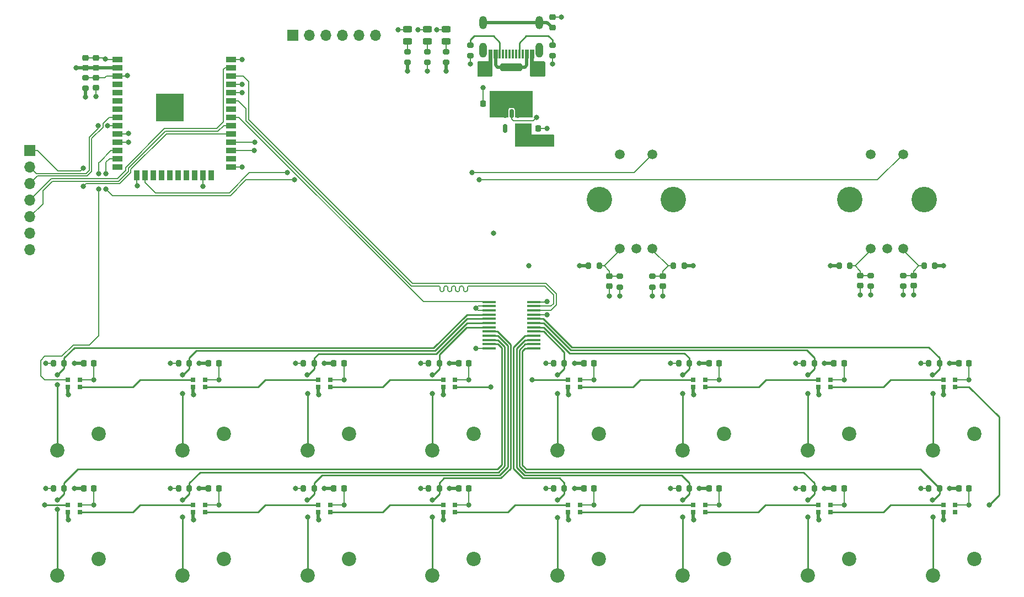
<source format=gbr>
%TF.GenerationSoftware,KiCad,Pcbnew,8.0.1-8.0.1-1~ubuntu22.04.1*%
%TF.CreationDate,2024-04-27T07:34:54-05:00*%
%TF.ProjectId,Universal Control Box,556e6976-6572-4736-916c-20436f6e7472,rev?*%
%TF.SameCoordinates,Original*%
%TF.FileFunction,Copper,L1,Top*%
%TF.FilePolarity,Positive*%
%FSLAX46Y46*%
G04 Gerber Fmt 4.6, Leading zero omitted, Abs format (unit mm)*
G04 Created by KiCad (PCBNEW 8.0.1-8.0.1-1~ubuntu22.04.1) date 2024-04-27 07:34:54*
%MOMM*%
%LPD*%
G01*
G04 APERTURE LIST*
G04 Aperture macros list*
%AMRoundRect*
0 Rectangle with rounded corners*
0 $1 Rounding radius*
0 $2 $3 $4 $5 $6 $7 $8 $9 X,Y pos of 4 corners*
0 Add a 4 corners polygon primitive as box body*
4,1,4,$2,$3,$4,$5,$6,$7,$8,$9,$2,$3,0*
0 Add four circle primitives for the rounded corners*
1,1,$1+$1,$2,$3*
1,1,$1+$1,$4,$5*
1,1,$1+$1,$6,$7*
1,1,$1+$1,$8,$9*
0 Add four rect primitives between the rounded corners*
20,1,$1+$1,$2,$3,$4,$5,0*
20,1,$1+$1,$4,$5,$6,$7,0*
20,1,$1+$1,$6,$7,$8,$9,0*
20,1,$1+$1,$8,$9,$2,$3,0*%
G04 Aperture macros list end*
%TA.AperFunction,ComponentPad*%
%ADD10C,1.500000*%
%TD*%
%TA.AperFunction,ComponentPad*%
%ADD11C,3.915000*%
%TD*%
%TA.AperFunction,SMDPad,CuDef*%
%ADD12RoundRect,0.243750X-0.456250X0.243750X-0.456250X-0.243750X0.456250X-0.243750X0.456250X0.243750X0*%
%TD*%
%TA.AperFunction,SMDPad,CuDef*%
%ADD13RoundRect,0.243750X0.456250X-0.243750X0.456250X0.243750X-0.456250X0.243750X-0.456250X-0.243750X0*%
%TD*%
%TA.AperFunction,ComponentPad*%
%ADD14C,2.200000*%
%TD*%
%TA.AperFunction,SMDPad,CuDef*%
%ADD15R,0.700000X0.700000*%
%TD*%
%TA.AperFunction,SMDPad,CuDef*%
%ADD16RoundRect,0.200000X0.275000X-0.200000X0.275000X0.200000X-0.275000X0.200000X-0.275000X-0.200000X0*%
%TD*%
%TA.AperFunction,SMDPad,CuDef*%
%ADD17RoundRect,0.200000X0.200000X0.275000X-0.200000X0.275000X-0.200000X-0.275000X0.200000X-0.275000X0*%
%TD*%
%TA.AperFunction,SMDPad,CuDef*%
%ADD18RoundRect,0.225000X0.225000X0.250000X-0.225000X0.250000X-0.225000X-0.250000X0.225000X-0.250000X0*%
%TD*%
%TA.AperFunction,SMDPad,CuDef*%
%ADD19R,1.500000X0.900000*%
%TD*%
%TA.AperFunction,SMDPad,CuDef*%
%ADD20R,0.900000X1.500000*%
%TD*%
%TA.AperFunction,SMDPad,CuDef*%
%ADD21R,1.050000X1.050000*%
%TD*%
%TA.AperFunction,ComponentPad*%
%ADD22C,0.475000*%
%TD*%
%TA.AperFunction,SMDPad,CuDef*%
%ADD23R,4.200000X4.200000*%
%TD*%
%TA.AperFunction,SMDPad,CuDef*%
%ADD24RoundRect,0.200000X-0.275000X0.200000X-0.275000X-0.200000X0.275000X-0.200000X0.275000X0.200000X0*%
%TD*%
%TA.AperFunction,SMDPad,CuDef*%
%ADD25RoundRect,0.225000X-0.250000X0.225000X-0.250000X-0.225000X0.250000X-0.225000X0.250000X0.225000X0*%
%TD*%
%TA.AperFunction,SMDPad,CuDef*%
%ADD26RoundRect,0.150000X-0.150000X0.512500X-0.150000X-0.512500X0.150000X-0.512500X0.150000X0.512500X0*%
%TD*%
%TA.AperFunction,SMDPad,CuDef*%
%ADD27RoundRect,0.225000X-0.225000X-0.250000X0.225000X-0.250000X0.225000X0.250000X-0.225000X0.250000X0*%
%TD*%
%TA.AperFunction,ComponentPad*%
%ADD28R,1.700000X1.700000*%
%TD*%
%TA.AperFunction,ComponentPad*%
%ADD29O,1.700000X1.700000*%
%TD*%
%TA.AperFunction,SMDPad,CuDef*%
%ADD30R,2.057400X0.431800*%
%TD*%
%TA.AperFunction,SMDPad,CuDef*%
%ADD31RoundRect,0.225000X0.250000X-0.225000X0.250000X0.225000X-0.250000X0.225000X-0.250000X-0.225000X0*%
%TD*%
%TA.AperFunction,SMDPad,CuDef*%
%ADD32RoundRect,0.200000X-0.200000X-0.275000X0.200000X-0.275000X0.200000X0.275000X-0.200000X0.275000X0*%
%TD*%
%TA.AperFunction,SMDPad,CuDef*%
%ADD33R,0.300000X1.400000*%
%TD*%
%TA.AperFunction,ComponentPad*%
%ADD34O,1.200000X2.300000*%
%TD*%
%TA.AperFunction,ComponentPad*%
%ADD35O,1.200000X2.000000*%
%TD*%
%TA.AperFunction,SMDPad,CuDef*%
%ADD36RoundRect,0.250000X-1.450000X0.312500X-1.450000X-0.312500X1.450000X-0.312500X1.450000X0.312500X0*%
%TD*%
%TA.AperFunction,SMDPad,CuDef*%
%ADD37RoundRect,0.218750X-0.256250X0.218750X-0.256250X-0.218750X0.256250X-0.218750X0.256250X0.218750X0*%
%TD*%
%TA.AperFunction,ViaPad*%
%ADD38C,0.800000*%
%TD*%
%TA.AperFunction,Conductor*%
%ADD39C,0.500000*%
%TD*%
%TA.AperFunction,Conductor*%
%ADD40C,0.200000*%
%TD*%
%TA.AperFunction,Conductor*%
%ADD41C,0.250000*%
%TD*%
G04 APERTURE END LIST*
D10*
%TO.P,U202,A1,CHANNEL_1*%
%TO.N,Net-(U202-CHANNEL_1)*%
X221900000Y-63650000D03*
%TO.P,U202,B1,CHANNEL_2*%
%TO.N,Net-(U202-CHANNEL_2)*%
X226900000Y-63650000D03*
%TO.P,U202,C1,COMMON*%
%TO.N,GND*%
X224400000Y-63650000D03*
D11*
%TO.P,U202,MH1,MH1*%
X218700000Y-56150000D03*
%TO.P,U202,MH2,MH2*%
X230100000Y-56150000D03*
D10*
%TO.P,U202,S1,S1*%
X221900000Y-49150000D03*
%TO.P,U202,W1,W1*%
%TO.N,/Rotary Encoders/SW_RSW2*%
X226900000Y-49150000D03*
%TD*%
%TO.P,U201,A1,CHANNEL_1*%
%TO.N,Net-(U201-CHANNEL_1)*%
X183400000Y-63650000D03*
%TO.P,U201,B1,CHANNEL_2*%
%TO.N,Net-(U201-CHANNEL_2)*%
X188400000Y-63650000D03*
%TO.P,U201,C1,COMMON*%
%TO.N,GND*%
X185900000Y-63650000D03*
D11*
%TO.P,U201,MH1,MH1*%
X180200000Y-56150000D03*
%TO.P,U201,MH2,MH2*%
X191600000Y-56150000D03*
D10*
%TO.P,U201,S1,S1*%
X183400000Y-49150000D03*
%TO.P,U201,W1,W1*%
%TO.N,/Rotary Encoders/SW_RSW1*%
X188400000Y-49150000D03*
%TD*%
D12*
%TO.P,D103,1,K*%
%TO.N,/ESP_TX*%
X156700000Y-29962500D03*
%TO.P,D103,2,A*%
%TO.N,Net-(D103-A)*%
X156700000Y-31837500D03*
%TD*%
D13*
%TO.P,D102,1,K*%
%TO.N,Net-(D102-K)*%
X153800000Y-31837500D03*
%TO.P,D102,2,A*%
%TO.N,/HA_STATUS*%
X153800000Y-29962500D03*
%TD*%
D12*
%TO.P,D101,1,K*%
%TO.N,GND*%
X150800000Y-29962500D03*
%TO.P,D101,2,A*%
%TO.N,Net-(D101-A)*%
X150800000Y-31837500D03*
%TD*%
D14*
%TO.P,SW306,1*%
%TO.N,+3.3V*%
X199375000Y-92140000D03*
%TO.P,SW306,2*%
%TO.N,/KeyCaps/SW6*%
X193025000Y-94680000D03*
D15*
%TO.P,SW306,3,VDD*%
%TO.N,+5V*%
X194650000Y-84900000D03*
%TO.P,SW306,4,DOUT*%
%TO.N,Net-(SW306-DOUT)*%
X196480000Y-84900000D03*
%TO.P,SW306,5,DIN*%
%TO.N,Net-(SW305-DOUT)*%
X194650000Y-83800000D03*
%TO.P,SW306,6,GND*%
%TO.N,GND*%
X196480000Y-83800000D03*
%TD*%
D14*
%TO.P,SW311,1*%
%TO.N,+3.3V*%
X141775000Y-111340000D03*
%TO.P,SW311,2*%
%TO.N,/KeyCaps/SW11*%
X135425000Y-113880000D03*
D15*
%TO.P,SW311,3,VDD*%
%TO.N,+5V*%
X137050000Y-104100000D03*
%TO.P,SW311,4,DOUT*%
%TO.N,Net-(SW311-DOUT)*%
X138880000Y-104100000D03*
%TO.P,SW311,5,DIN*%
%TO.N,Net-(SW310-DOUT)*%
X137050000Y-103000000D03*
%TO.P,SW311,6,GND*%
%TO.N,GND*%
X138880000Y-103000000D03*
%TD*%
D16*
%TO.P,R204,1*%
%TO.N,/Rotary Encoders/B_RSW1*%
X188400000Y-69550000D03*
%TO.P,R204,2*%
%TO.N,Net-(U201-CHANNEL_2)*%
X188400000Y-67900000D03*
%TD*%
D17*
%TO.P,R313,1*%
%TO.N,/KeyCaps/SW13*%
X174850000Y-100500000D03*
%TO.P,R313,2*%
%TO.N,GND*%
X173200000Y-100500000D03*
%TD*%
D18*
%TO.P,C314,1*%
%TO.N,GND*%
X198600000Y-100500000D03*
%TO.P,C314,2*%
%TO.N,+5V*%
X197050000Y-100500000D03*
%TD*%
%TO.P,C306,1*%
%TO.N,GND*%
X198600000Y-81300000D03*
%TO.P,C306,2*%
%TO.N,+5V*%
X197050000Y-81300000D03*
%TD*%
D19*
%TO.P,U101,1,GND*%
%TO.N,GND*%
X106200000Y-34600000D03*
%TO.P,U101,2,VDD*%
%TO.N,+3.3V*%
X106200000Y-35870000D03*
%TO.P,U101,3,EN*%
%TO.N,/EN*%
X106200000Y-37140000D03*
%TO.P,U101,4,SENSOR_VP*%
%TO.N,unconnected-(U101-SENSOR_VP-Pad4)*%
X106200000Y-38410000D03*
%TO.P,U101,5,SENSOR_VN*%
%TO.N,unconnected-(U101-SENSOR_VN-Pad5)*%
X106200000Y-39680000D03*
%TO.P,U101,6,IO34*%
%TO.N,unconnected-(U101-IO34-Pad6)*%
X106200000Y-40950000D03*
%TO.P,U101,7,IO35*%
%TO.N,unconnected-(U101-IO35-Pad7)*%
X106200000Y-42220000D03*
%TO.P,U101,8,IO32*%
%TO.N,/OLED_RESET*%
X106200000Y-43490000D03*
%TO.P,U101,9,IO33*%
%TO.N,/OLED_DC*%
X106200000Y-44760000D03*
%TO.P,U101,10,IO25*%
%TO.N,/Rotary Encoders/B_RSW1*%
X106200000Y-46030000D03*
%TO.P,U101,11,IO26*%
%TO.N,/Rotary Encoders/B_RSW2*%
X106200000Y-47300000D03*
%TO.P,U101,12,IO27*%
%TO.N,/LED_DATA*%
X106200000Y-48570000D03*
%TO.P,U101,13,IO14*%
%TO.N,/Rotary Encoders/SW_RSW2*%
X106200000Y-49840000D03*
%TO.P,U101,14,IO12*%
%TO.N,unconnected-(U101-IO12-Pad14)*%
X106200000Y-51110000D03*
D20*
%TO.P,U101,15,GND*%
%TO.N,GND*%
X109240000Y-52360000D03*
%TO.P,U101,16,IO13*%
%TO.N,/Rotary Encoders/SW_RSW1*%
X110510000Y-52360000D03*
%TO.P,U101,17,SHD/SD2*%
%TO.N,unconnected-(U101-SHD{slash}SD2-Pad17)*%
X111780000Y-52360000D03*
%TO.P,U101,18,SWP/SD3*%
%TO.N,unconnected-(U101-SWP{slash}SD3-Pad18)*%
X113050000Y-52360000D03*
%TO.P,U101,19,SCS/CMD*%
%TO.N,unconnected-(U101-SCS{slash}CMD-Pad19)*%
X114320000Y-52360000D03*
%TO.P,U101,20,SCK/CLK*%
%TO.N,unconnected-(U101-SCK{slash}CLK-Pad20)*%
X115590000Y-52360000D03*
%TO.P,U101,21,SDO/SD0*%
%TO.N,unconnected-(U101-SDO{slash}SD0-Pad21)*%
X116860000Y-52360000D03*
%TO.P,U101,22,SDI/SD1*%
%TO.N,unconnected-(U101-SDI{slash}SD1-Pad22)*%
X118130000Y-52360000D03*
%TO.P,U101,23,IO15*%
%TO.N,/HA_STATUS*%
X119400000Y-52360000D03*
%TO.P,U101,24,IO2*%
%TO.N,unconnected-(U101-IO2-Pad24)*%
X120670000Y-52360000D03*
D19*
%TO.P,U101,25,IO0*%
%TO.N,/IO0*%
X123700000Y-51110000D03*
%TO.P,U101,26,IO4*%
%TO.N,unconnected-(U101-IO4-Pad26)*%
X123700000Y-49840000D03*
%TO.P,U101,27,IO16*%
%TO.N,/Rotary Encoders/A_RSW1*%
X123700000Y-48570000D03*
%TO.P,U101,28,IO17*%
%TO.N,/Rotary Encoders/A_RSW2*%
X123700000Y-47300000D03*
%TO.P,U101,29,IO5*%
%TO.N,/OLED_CS*%
X123700000Y-46030000D03*
%TO.P,U101,30,IO18*%
%TO.N,/OLED_SCL*%
X123700000Y-44760000D03*
%TO.P,U101,31,IO19*%
%TO.N,/IO_INT*%
X123700000Y-43490000D03*
%TO.P,U101,32,NC*%
%TO.N,unconnected-(U101-NC-Pad32)*%
X123700000Y-42220000D03*
%TO.P,U101,33,IO21*%
%TO.N,/I2C_SDA*%
X123700000Y-40950000D03*
%TO.P,U101,34,RXD0/IO3*%
%TO.N,/ESP_RX*%
X123700000Y-39680000D03*
%TO.P,U101,35,TXD0/IO1*%
%TO.N,/ESP_TX*%
X123700000Y-38410000D03*
%TO.P,U101,36,IO22*%
%TO.N,/I2C_SCL*%
X123700000Y-37140000D03*
%TO.P,U101,37,IO23*%
%TO.N,/OLED_MOSI*%
X123700000Y-35870000D03*
%TO.P,U101,38,GND*%
%TO.N,GND*%
X123700000Y-34600000D03*
D21*
%TO.P,U101,39,GND*%
X112745000Y-40415000D03*
D22*
X112745000Y-41177500D03*
D21*
X112745000Y-41940000D03*
D22*
X112745000Y-42702500D03*
D21*
X112745000Y-43465000D03*
D22*
X113507500Y-40415000D03*
X113507500Y-41940000D03*
X113507500Y-43465000D03*
D21*
X114270000Y-40415000D03*
D22*
X114270000Y-41177500D03*
D21*
X114270000Y-41940000D03*
D23*
X114270000Y-41940000D03*
D22*
X114270000Y-42702500D03*
D21*
X114270000Y-43465000D03*
D22*
X115032500Y-40415000D03*
X115032500Y-41940000D03*
X115032500Y-43465000D03*
D21*
X115795000Y-40415000D03*
D22*
X115795000Y-41177500D03*
D21*
X115795000Y-41940000D03*
D22*
X115795000Y-42702500D03*
D21*
X115795000Y-43465000D03*
%TD*%
D17*
%TO.P,R310,1*%
%TO.N,/KeyCaps/SW10*%
X117250000Y-100500000D03*
%TO.P,R310,2*%
%TO.N,GND*%
X115600000Y-100500000D03*
%TD*%
D24*
%TO.P,R102,1*%
%TO.N,Net-(J103-CC2)*%
X160400000Y-32400000D03*
%TO.P,R102,2*%
%TO.N,GND*%
X160400000Y-34050000D03*
%TD*%
D14*
%TO.P,SW309,1*%
%TO.N,+3.3V*%
X103375000Y-111340000D03*
%TO.P,SW309,2*%
%TO.N,/KeyCaps/SW9*%
X97025000Y-113880000D03*
D15*
%TO.P,SW309,3,VDD*%
%TO.N,+5V*%
X98650000Y-104100000D03*
%TO.P,SW309,4,DOUT*%
%TO.N,Net-(SW309-DOUT)*%
X100480000Y-104100000D03*
%TO.P,SW309,5,DIN*%
%TO.N,Net-(SW308-DOUT)*%
X98650000Y-103000000D03*
%TO.P,SW309,6,GND*%
%TO.N,GND*%
X100480000Y-103000000D03*
%TD*%
D25*
%TO.P,C102,1*%
%TO.N,GND*%
X101300000Y-34350000D03*
%TO.P,C102,2*%
%TO.N,+3.3V*%
X101300000Y-35900000D03*
%TD*%
%TO.P,C201,1*%
%TO.N,Net-(U201-CHANNEL_1)*%
X181800000Y-67900000D03*
%TO.P,C201,2*%
%TO.N,GND*%
X181800000Y-69450000D03*
%TD*%
D24*
%TO.P,R104,1*%
%TO.N,Net-(D101-A)*%
X150800000Y-33400000D03*
%TO.P,R104,2*%
%TO.N,+3.3V*%
X150800000Y-35050000D03*
%TD*%
D18*
%TO.P,C305,1*%
%TO.N,GND*%
X179400000Y-81300000D03*
%TO.P,C305,2*%
%TO.N,+5V*%
X177850000Y-81300000D03*
%TD*%
D14*
%TO.P,SW305,1*%
%TO.N,+3.3V*%
X180175000Y-92140000D03*
%TO.P,SW305,2*%
%TO.N,/KeyCaps/SW5*%
X173825000Y-94680000D03*
D15*
%TO.P,SW305,3,VDD*%
%TO.N,+5V*%
X175450000Y-84900000D03*
%TO.P,SW305,4,DOUT*%
%TO.N,Net-(SW305-DOUT)*%
X177280000Y-84900000D03*
%TO.P,SW305,5,DIN*%
%TO.N,Net-(SW304-DOUT)*%
X175450000Y-83800000D03*
%TO.P,SW305,6,GND*%
%TO.N,GND*%
X177280000Y-83800000D03*
%TD*%
D26*
%TO.P,U103,1,VIN*%
%TO.N,+5V*%
X167700000Y-42900000D03*
%TO.P,U103,2,GND*%
%TO.N,GND*%
X166750000Y-42900000D03*
%TO.P,U103,3,CE*%
%TO.N,+5V*%
X165800000Y-42900000D03*
%TO.P,U103,4,NC*%
%TO.N,unconnected-(U103-NC-Pad4)*%
X165800000Y-45175000D03*
%TO.P,U103,5,VOUT*%
%TO.N,+3.3V*%
X167700000Y-45175000D03*
%TD*%
D17*
%TO.P,R312,1*%
%TO.N,/KeyCaps/SW12*%
X155650000Y-100500000D03*
%TO.P,R312,2*%
%TO.N,GND*%
X154000000Y-100500000D03*
%TD*%
D14*
%TO.P,SW314,1*%
%TO.N,+3.3V*%
X199375000Y-111340000D03*
%TO.P,SW314,2*%
%TO.N,/KeyCaps/SW14*%
X193025000Y-113880000D03*
D15*
%TO.P,SW314,3,VDD*%
%TO.N,+5V*%
X194650000Y-104100000D03*
%TO.P,SW314,4,DOUT*%
%TO.N,Net-(SW314-DOUT)*%
X196480000Y-104100000D03*
%TO.P,SW314,5,DIN*%
%TO.N,Net-(SW313-DOUT)*%
X194650000Y-103000000D03*
%TO.P,SW314,6,GND*%
%TO.N,GND*%
X196480000Y-103000000D03*
%TD*%
D14*
%TO.P,SW316,1*%
%TO.N,+3.3V*%
X237775000Y-111340000D03*
%TO.P,SW316,2*%
%TO.N,/KeyCaps/SW16*%
X231425000Y-113880000D03*
D15*
%TO.P,SW316,3,VDD*%
%TO.N,+5V*%
X233050000Y-104100000D03*
%TO.P,SW316,4,DOUT*%
%TO.N,unconnected-(SW316-DOUT-Pad4)*%
X234880000Y-104100000D03*
%TO.P,SW316,5,DIN*%
%TO.N,Net-(SW315-DOUT)*%
X233050000Y-103000000D03*
%TO.P,SW316,6,GND*%
%TO.N,GND*%
X234880000Y-103000000D03*
%TD*%
D14*
%TO.P,SW301,1*%
%TO.N,+3.3V*%
X103375000Y-92140000D03*
%TO.P,SW301,2*%
%TO.N,/KeyCaps/SW1*%
X97025000Y-94680000D03*
D15*
%TO.P,SW301,3,VDD*%
%TO.N,+5V*%
X98650000Y-84900000D03*
%TO.P,SW301,4,DOUT*%
%TO.N,Net-(SW301-DOUT)*%
X100480000Y-84900000D03*
%TO.P,SW301,5,DIN*%
%TO.N,/LED_DATA*%
X98650000Y-83800000D03*
%TO.P,SW301,6,GND*%
%TO.N,GND*%
X100480000Y-83800000D03*
%TD*%
D27*
%TO.P,C104,1*%
%TO.N,GND*%
X162350000Y-41400000D03*
%TO.P,C104,2*%
%TO.N,+5V*%
X163900000Y-41400000D03*
%TD*%
D16*
%TO.P,R101,1*%
%TO.N,+3.3V*%
X101300000Y-39050000D03*
%TO.P,R101,2*%
%TO.N,/EN*%
X101300000Y-37400000D03*
%TD*%
D18*
%TO.P,C301,1*%
%TO.N,GND*%
X102600000Y-81300000D03*
%TO.P,C301,2*%
%TO.N,+5V*%
X101050000Y-81300000D03*
%TD*%
D16*
%TO.P,R105,1*%
%TO.N,GND*%
X153800000Y-35050000D03*
%TO.P,R105,2*%
%TO.N,Net-(D102-K)*%
X153800000Y-33400000D03*
%TD*%
D17*
%TO.P,R311,1*%
%TO.N,/KeyCaps/SW11*%
X136450000Y-100500000D03*
%TO.P,R311,2*%
%TO.N,GND*%
X134800000Y-100500000D03*
%TD*%
D18*
%TO.P,C303,1*%
%TO.N,GND*%
X141000000Y-81300000D03*
%TO.P,C303,2*%
%TO.N,+5V*%
X139450000Y-81300000D03*
%TD*%
%TO.P,C311,1*%
%TO.N,GND*%
X141000000Y-100500000D03*
%TO.P,C311,2*%
%TO.N,+5V*%
X139450000Y-100500000D03*
%TD*%
D14*
%TO.P,SW303,1*%
%TO.N,+3.3V*%
X141775000Y-92140000D03*
%TO.P,SW303,2*%
%TO.N,/KeyCaps/SW3*%
X135425000Y-94680000D03*
D15*
%TO.P,SW303,3,VDD*%
%TO.N,+5V*%
X137050000Y-84900000D03*
%TO.P,SW303,4,DOUT*%
%TO.N,Net-(SW303-DOUT)*%
X138880000Y-84900000D03*
%TO.P,SW303,5,DIN*%
%TO.N,Net-(SW302-DOUT)*%
X137050000Y-83800000D03*
%TO.P,SW303,6,GND*%
%TO.N,GND*%
X138880000Y-83800000D03*
%TD*%
D28*
%TO.P,J102,1,Pin_1*%
%TO.N,/OLED_CS*%
X92800000Y-48600000D03*
D29*
%TO.P,J102,2,Pin_2*%
%TO.N,/OLED_DC*%
X92800000Y-51140000D03*
%TO.P,J102,3,Pin_3*%
%TO.N,/OLED_RESET*%
X92800000Y-53680000D03*
%TO.P,J102,4,Pin_4*%
%TO.N,/OLED_MOSI*%
X92800000Y-56220000D03*
%TO.P,J102,5,Pin_5*%
%TO.N,/OLED_SCL*%
X92800000Y-58760000D03*
%TO.P,J102,6,Pin_6*%
%TO.N,+5V*%
X92800000Y-61300000D03*
%TO.P,J102,7,Pin_7*%
%TO.N,GND*%
X92800000Y-63840000D03*
%TD*%
D14*
%TO.P,SW307,1*%
%TO.N,+3.3V*%
X218575000Y-92140000D03*
%TO.P,SW307,2*%
%TO.N,/KeyCaps/SW7*%
X212225000Y-94680000D03*
D15*
%TO.P,SW307,3,VDD*%
%TO.N,+5V*%
X213850000Y-84900000D03*
%TO.P,SW307,4,DOUT*%
%TO.N,Net-(SW307-DOUT)*%
X215680000Y-84900000D03*
%TO.P,SW307,5,DIN*%
%TO.N,Net-(SW306-DOUT)*%
X213850000Y-83800000D03*
%TO.P,SW307,6,GND*%
%TO.N,GND*%
X215680000Y-83800000D03*
%TD*%
D30*
%TO.P,U102,1,\u002AINT*%
%TO.N,/IO_INT*%
X163321000Y-71825001D03*
%TO.P,U102,2,A1*%
%TO.N,GND*%
X163321000Y-72475000D03*
%TO.P,U102,3,A2*%
X163321000Y-73124998D03*
%TO.P,U102,4,P00*%
%TO.N,/KeyCaps/SW1*%
X163321000Y-73774999D03*
%TO.P,U102,5,P01*%
%TO.N,/KeyCaps/SW2*%
X163321000Y-74424998D03*
%TO.P,U102,6,P02*%
%TO.N,/KeyCaps/SW3*%
X163321000Y-75074999D03*
%TO.P,U102,7,P03*%
%TO.N,/KeyCaps/SW4*%
X163321000Y-75724998D03*
%TO.P,U102,8,P04*%
%TO.N,/KeyCaps/SW12*%
X163321000Y-76374999D03*
%TO.P,U102,9,P05*%
%TO.N,/KeyCaps/SW11*%
X163321000Y-77024998D03*
%TO.P,U102,10,P06*%
%TO.N,/KeyCaps/SW10*%
X163321000Y-77674999D03*
%TO.P,U102,11,P07*%
%TO.N,/KeyCaps/SW9*%
X163321000Y-78324998D03*
%TO.P,U102,12,GND*%
%TO.N,GND*%
X163321000Y-78974999D03*
%TO.P,U102,13,P10*%
%TO.N,/KeyCaps/SW16*%
X170179000Y-78974999D03*
%TO.P,U102,14,P11*%
%TO.N,/KeyCaps/SW15*%
X170179000Y-78325000D03*
%TO.P,U102,15,P12*%
%TO.N,/KeyCaps/SW14*%
X170179000Y-77674999D03*
%TO.P,U102,16,P13*%
%TO.N,/KeyCaps/SW13*%
X170179000Y-77025001D03*
%TO.P,U102,17,P14*%
%TO.N,/KeyCaps/SW5*%
X170179000Y-76374999D03*
%TO.P,U102,18,P15*%
%TO.N,/KeyCaps/SW6*%
X170179000Y-75725001D03*
%TO.P,U102,19,P16*%
%TO.N,/KeyCaps/SW7*%
X170179000Y-75075002D03*
%TO.P,U102,20,P17*%
%TO.N,/KeyCaps/SW8*%
X170179000Y-74425001D03*
%TO.P,U102,21,A0*%
%TO.N,GND*%
X170179000Y-73775002D03*
%TO.P,U102,22,SCL*%
%TO.N,/I2C_SCL*%
X170179000Y-73125001D03*
%TO.P,U102,23,SDA*%
%TO.N,/I2C_SDA*%
X170179000Y-72475002D03*
%TO.P,U102,24,VCC*%
%TO.N,+3.3V*%
X170179000Y-71825001D03*
%TD*%
D16*
%TO.P,R208,1*%
%TO.N,/Rotary Encoders/B_RSW2*%
X226900000Y-69450000D03*
%TO.P,R208,2*%
%TO.N,Net-(U202-CHANNEL_2)*%
X226900000Y-67800000D03*
%TD*%
D25*
%TO.P,C202,1*%
%TO.N,Net-(U201-CHANNEL_2)*%
X190000000Y-67900000D03*
%TO.P,C202,2*%
%TO.N,GND*%
X190000000Y-69450000D03*
%TD*%
D17*
%TO.P,R315,1*%
%TO.N,/KeyCaps/SW15*%
X213250000Y-100500000D03*
%TO.P,R315,2*%
%TO.N,GND*%
X211600000Y-100500000D03*
%TD*%
%TO.P,R203,1*%
%TO.N,+5V*%
X193250000Y-66300000D03*
%TO.P,R203,2*%
%TO.N,Net-(U201-CHANNEL_2)*%
X191600000Y-66300000D03*
%TD*%
D18*
%TO.P,C302,1*%
%TO.N,GND*%
X121800000Y-81300000D03*
%TO.P,C302,2*%
%TO.N,+5V*%
X120250000Y-81300000D03*
%TD*%
D27*
%TO.P,C105,1*%
%TO.N,+3.3V*%
X169300000Y-45200000D03*
%TO.P,C105,2*%
%TO.N,GND*%
X170850000Y-45200000D03*
%TD*%
D17*
%TO.P,R308,1*%
%TO.N,/KeyCaps/SW8*%
X232450000Y-81300000D03*
%TO.P,R308,2*%
%TO.N,GND*%
X230800000Y-81300000D03*
%TD*%
D18*
%TO.P,C316,1*%
%TO.N,GND*%
X237000000Y-100500000D03*
%TO.P,C316,2*%
%TO.N,+5V*%
X235450000Y-100500000D03*
%TD*%
D17*
%TO.P,R314,1*%
%TO.N,/KeyCaps/SW14*%
X194050000Y-100500000D03*
%TO.P,R314,2*%
%TO.N,GND*%
X192400000Y-100500000D03*
%TD*%
D25*
%TO.P,C101,1*%
%TO.N,/EN*%
X102900000Y-37400000D03*
%TO.P,C101,2*%
%TO.N,GND*%
X102900000Y-38950000D03*
%TD*%
D14*
%TO.P,SW302,1*%
%TO.N,+3.3V*%
X122575000Y-92140000D03*
%TO.P,SW302,2*%
%TO.N,/KeyCaps/SW2*%
X116225000Y-94680000D03*
D15*
%TO.P,SW302,3,VDD*%
%TO.N,+5V*%
X117850000Y-84900000D03*
%TO.P,SW302,4,DOUT*%
%TO.N,Net-(SW302-DOUT)*%
X119680000Y-84900000D03*
%TO.P,SW302,5,DIN*%
%TO.N,Net-(SW301-DOUT)*%
X117850000Y-83800000D03*
%TO.P,SW302,6,GND*%
%TO.N,GND*%
X119680000Y-83800000D03*
%TD*%
D18*
%TO.P,C308,1*%
%TO.N,GND*%
X237000000Y-81300000D03*
%TO.P,C308,2*%
%TO.N,+5V*%
X235450000Y-81300000D03*
%TD*%
D31*
%TO.P,C103,1*%
%TO.N,+3.3V*%
X102900000Y-35900000D03*
%TO.P,C103,2*%
%TO.N,GND*%
X102900000Y-34350000D03*
%TD*%
D18*
%TO.P,C307,1*%
%TO.N,GND*%
X217800000Y-81300000D03*
%TO.P,C307,2*%
%TO.N,+5V*%
X216250000Y-81300000D03*
%TD*%
D24*
%TO.P,R106,1*%
%TO.N,Net-(D103-A)*%
X156700000Y-33400000D03*
%TO.P,R106,2*%
%TO.N,+3.3V*%
X156700000Y-35050000D03*
%TD*%
D14*
%TO.P,SW315,1*%
%TO.N,+3.3V*%
X218575000Y-111340000D03*
%TO.P,SW315,2*%
%TO.N,/KeyCaps/SW15*%
X212225000Y-113880000D03*
D15*
%TO.P,SW315,3,VDD*%
%TO.N,+5V*%
X213850000Y-104100000D03*
%TO.P,SW315,4,DOUT*%
%TO.N,Net-(SW315-DOUT)*%
X215680000Y-104100000D03*
%TO.P,SW315,5,DIN*%
%TO.N,Net-(SW314-DOUT)*%
X213850000Y-103000000D03*
%TO.P,SW315,6,GND*%
%TO.N,GND*%
X215680000Y-103000000D03*
%TD*%
D18*
%TO.P,C312,1*%
%TO.N,GND*%
X160200000Y-100500000D03*
%TO.P,C312,2*%
%TO.N,+5V*%
X158650000Y-100500000D03*
%TD*%
D32*
%TO.P,R202,1*%
%TO.N,+5V*%
X178550000Y-66300000D03*
%TO.P,R202,2*%
%TO.N,Net-(U201-CHANNEL_1)*%
X180200000Y-66300000D03*
%TD*%
D17*
%TO.P,R207,1*%
%TO.N,+5V*%
X231750000Y-66300000D03*
%TO.P,R207,2*%
%TO.N,Net-(U202-CHANNEL_2)*%
X230100000Y-66300000D03*
%TD*%
D18*
%TO.P,C309,1*%
%TO.N,GND*%
X102600000Y-100500000D03*
%TO.P,C309,2*%
%TO.N,+5V*%
X101050000Y-100500000D03*
%TD*%
D17*
%TO.P,R305,1*%
%TO.N,/KeyCaps/SW5*%
X174850000Y-81300000D03*
%TO.P,R305,2*%
%TO.N,GND*%
X173200000Y-81300000D03*
%TD*%
D24*
%TO.P,R201,1*%
%TO.N,Net-(U201-CHANNEL_1)*%
X183400000Y-67900000D03*
%TO.P,R201,2*%
%TO.N,/Rotary Encoders/A_RSW1*%
X183400000Y-69550000D03*
%TD*%
D17*
%TO.P,R309,1*%
%TO.N,/KeyCaps/SW9*%
X98050000Y-100500000D03*
%TO.P,R309,2*%
%TO.N,GND*%
X96400000Y-100500000D03*
%TD*%
D33*
%TO.P,J103,A1,GND*%
%TO.N,GND*%
X170050000Y-33750000D03*
%TO.P,J103,A4,VBUS*%
%TO.N,Net-(F101-Pad1)*%
X169250000Y-33750000D03*
%TO.P,J103,A5,CC1*%
%TO.N,Net-(J103-CC1)*%
X167950000Y-33750000D03*
%TO.P,J103,A6,D+*%
%TO.N,unconnected-(J103-D+-PadA6)*%
X166950000Y-33750000D03*
%TO.P,J103,A7,D-*%
%TO.N,unconnected-(J103-D--PadA7)*%
X166450000Y-33750000D03*
%TO.P,J103,A8,SBU1*%
%TO.N,unconnected-(J103-SBU1-PadA8)*%
X165450000Y-33750000D03*
%TO.P,J103,A9,VBUS*%
%TO.N,Net-(F101-Pad1)*%
X164150000Y-33750000D03*
%TO.P,J103,A12,GND*%
%TO.N,GND*%
X163350000Y-33750000D03*
%TO.P,J103,B1,GND*%
X163650000Y-33750000D03*
%TO.P,J103,B4,VBUS*%
%TO.N,Net-(F101-Pad1)*%
X164450000Y-33750000D03*
%TO.P,J103,B5,CC2*%
%TO.N,Net-(J103-CC2)*%
X164950000Y-33750000D03*
%TO.P,J103,B6,D+*%
%TO.N,unconnected-(J103-D+-PadB6)*%
X165950000Y-33750000D03*
%TO.P,J103,B7,D-*%
%TO.N,unconnected-(J103-D--PadB7)*%
X167450000Y-33750000D03*
%TO.P,J103,B8,SBU2*%
%TO.N,unconnected-(J103-SBU2-PadB8)*%
X168450000Y-33750000D03*
%TO.P,J103,B9,VBUS*%
%TO.N,Net-(F101-Pad1)*%
X168950000Y-33750000D03*
%TO.P,J103,B12,GND*%
%TO.N,GND*%
X169750000Y-33750000D03*
D34*
%TO.P,J103,S1,SHIELD*%
%TO.N,Net-(J103-SHIELD)*%
X171025000Y-33175000D03*
D35*
X171025000Y-28900000D03*
D34*
X162375000Y-33175000D03*
D35*
X162375000Y-28900000D03*
%TD*%
D17*
%TO.P,R307,1*%
%TO.N,/KeyCaps/SW7*%
X213250000Y-81300000D03*
%TO.P,R307,2*%
%TO.N,GND*%
X211600000Y-81300000D03*
%TD*%
D14*
%TO.P,SW310,1*%
%TO.N,+3.3V*%
X122575000Y-111340000D03*
%TO.P,SW310,2*%
%TO.N,/KeyCaps/SW10*%
X116225000Y-113880000D03*
D15*
%TO.P,SW310,3,VDD*%
%TO.N,+5V*%
X117850000Y-104100000D03*
%TO.P,SW310,4,DOUT*%
%TO.N,Net-(SW310-DOUT)*%
X119680000Y-104100000D03*
%TO.P,SW310,5,DIN*%
%TO.N,Net-(SW309-DOUT)*%
X117850000Y-103000000D03*
%TO.P,SW310,6,GND*%
%TO.N,GND*%
X119680000Y-103000000D03*
%TD*%
D18*
%TO.P,C304,1*%
%TO.N,GND*%
X160200000Y-81300000D03*
%TO.P,C304,2*%
%TO.N,+5V*%
X158650000Y-81300000D03*
%TD*%
D28*
%TO.P,J101,1,Pin_1*%
%TO.N,+3.3V*%
X133200000Y-30900000D03*
D29*
%TO.P,J101,2,Pin_2*%
%TO.N,/EN*%
X135740000Y-30900000D03*
%TO.P,J101,3,Pin_3*%
%TO.N,/ESP_TX*%
X138280000Y-30900000D03*
%TO.P,J101,4,Pin_4*%
%TO.N,/ESP_RX*%
X140820000Y-30900000D03*
%TO.P,J101,5,Pin_5*%
%TO.N,/IO0*%
X143360000Y-30900000D03*
%TO.P,J101,6,Pin_6*%
%TO.N,GND*%
X145900000Y-30900000D03*
%TD*%
D17*
%TO.P,R316,1*%
%TO.N,/KeyCaps/SW16*%
X232450000Y-100500000D03*
%TO.P,R316,2*%
%TO.N,GND*%
X230800000Y-100500000D03*
%TD*%
%TO.P,R304,1*%
%TO.N,/KeyCaps/SW4*%
X155650000Y-81300000D03*
%TO.P,R304,2*%
%TO.N,GND*%
X154000000Y-81300000D03*
%TD*%
%TO.P,R303,1*%
%TO.N,/KeyCaps/SW3*%
X136450000Y-81300000D03*
%TO.P,R303,2*%
%TO.N,GND*%
X134800000Y-81300000D03*
%TD*%
D18*
%TO.P,C313,1*%
%TO.N,GND*%
X179400000Y-100500000D03*
%TO.P,C313,2*%
%TO.N,+5V*%
X177850000Y-100500000D03*
%TD*%
D14*
%TO.P,SW304,1*%
%TO.N,+3.3V*%
X160975000Y-92140000D03*
%TO.P,SW304,2*%
%TO.N,/KeyCaps/SW4*%
X154625000Y-94680000D03*
D15*
%TO.P,SW304,3,VDD*%
%TO.N,+5V*%
X156250000Y-84900000D03*
%TO.P,SW304,4,DOUT*%
%TO.N,Net-(SW304-DOUT)*%
X158080000Y-84900000D03*
%TO.P,SW304,5,DIN*%
%TO.N,Net-(SW303-DOUT)*%
X156250000Y-83800000D03*
%TO.P,SW304,6,GND*%
%TO.N,GND*%
X158080000Y-83800000D03*
%TD*%
D36*
%TO.P,F101,1*%
%TO.N,Net-(F101-Pad1)*%
X166700000Y-35800000D03*
%TO.P,F101,2*%
%TO.N,+5V*%
X166700000Y-40075000D03*
%TD*%
D37*
%TO.P,L101,1*%
%TO.N,GND*%
X173000000Y-28100000D03*
%TO.P,L101,2*%
%TO.N,Net-(J103-SHIELD)*%
X173000000Y-29675000D03*
%TD*%
D17*
%TO.P,R306,1*%
%TO.N,/KeyCaps/SW6*%
X194050000Y-81300000D03*
%TO.P,R306,2*%
%TO.N,GND*%
X192400000Y-81300000D03*
%TD*%
D32*
%TO.P,R206,1*%
%TO.N,+5V*%
X217050000Y-66300000D03*
%TO.P,R206,2*%
%TO.N,Net-(U202-CHANNEL_1)*%
X218700000Y-66300000D03*
%TD*%
D24*
%TO.P,R205,1*%
%TO.N,Net-(U202-CHANNEL_1)*%
X221900000Y-67800000D03*
%TO.P,R205,2*%
%TO.N,/Rotary Encoders/A_RSW2*%
X221900000Y-69450000D03*
%TD*%
D14*
%TO.P,SW312,1*%
%TO.N,+3.3V*%
X160975000Y-111340000D03*
%TO.P,SW312,2*%
%TO.N,/KeyCaps/SW12*%
X154625000Y-113880000D03*
D15*
%TO.P,SW312,3,VDD*%
%TO.N,+5V*%
X156250000Y-104100000D03*
%TO.P,SW312,4,DOUT*%
%TO.N,Net-(SW312-DOUT)*%
X158080000Y-104100000D03*
%TO.P,SW312,5,DIN*%
%TO.N,Net-(SW311-DOUT)*%
X156250000Y-103000000D03*
%TO.P,SW312,6,GND*%
%TO.N,GND*%
X158080000Y-103000000D03*
%TD*%
D25*
%TO.P,C203,1*%
%TO.N,Net-(U202-CHANNEL_1)*%
X220300000Y-67800000D03*
%TO.P,C203,2*%
%TO.N,GND*%
X220300000Y-69350000D03*
%TD*%
D18*
%TO.P,C310,1*%
%TO.N,GND*%
X121800000Y-100500000D03*
%TO.P,C310,2*%
%TO.N,+5V*%
X120250000Y-100500000D03*
%TD*%
D25*
%TO.P,C204,1*%
%TO.N,Net-(U202-CHANNEL_2)*%
X228500000Y-67800000D03*
%TO.P,C204,2*%
%TO.N,GND*%
X228500000Y-69350000D03*
%TD*%
D14*
%TO.P,SW308,1*%
%TO.N,+3.3V*%
X237775000Y-92140000D03*
%TO.P,SW308,2*%
%TO.N,/KeyCaps/SW8*%
X231425000Y-94680000D03*
D15*
%TO.P,SW308,3,VDD*%
%TO.N,+5V*%
X233050000Y-84900000D03*
%TO.P,SW308,4,DOUT*%
%TO.N,Net-(SW308-DOUT)*%
X234880000Y-84900000D03*
%TO.P,SW308,5,DIN*%
%TO.N,Net-(SW307-DOUT)*%
X233050000Y-83800000D03*
%TO.P,SW308,6,GND*%
%TO.N,GND*%
X234880000Y-83800000D03*
%TD*%
D17*
%TO.P,R302,1*%
%TO.N,/KeyCaps/SW2*%
X117250000Y-81300000D03*
%TO.P,R302,2*%
%TO.N,GND*%
X115600000Y-81300000D03*
%TD*%
D16*
%TO.P,R103,1*%
%TO.N,GND*%
X173000000Y-34050000D03*
%TO.P,R103,2*%
%TO.N,Net-(J103-CC1)*%
X173000000Y-32400000D03*
%TD*%
D17*
%TO.P,R301,1*%
%TO.N,/KeyCaps/SW1*%
X98050000Y-81300000D03*
%TO.P,R301,2*%
%TO.N,GND*%
X96400000Y-81300000D03*
%TD*%
D18*
%TO.P,C315,1*%
%TO.N,GND*%
X217800000Y-100500000D03*
%TO.P,C315,2*%
%TO.N,+5V*%
X216250000Y-100500000D03*
%TD*%
D14*
%TO.P,SW313,1*%
%TO.N,+3.3V*%
X180175000Y-111340000D03*
%TO.P,SW313,2*%
%TO.N,/KeyCaps/SW13*%
X173825000Y-113880000D03*
D15*
%TO.P,SW313,3,VDD*%
%TO.N,+5V*%
X175450000Y-104100000D03*
%TO.P,SW313,4,DOUT*%
%TO.N,Net-(SW313-DOUT)*%
X177280000Y-104100000D03*
%TO.P,SW313,5,DIN*%
%TO.N,Net-(SW312-DOUT)*%
X175450000Y-103000000D03*
%TO.P,SW313,6,GND*%
%TO.N,GND*%
X177280000Y-103000000D03*
%TD*%
D38*
%TO.N,/EN*%
X107800000Y-37100000D03*
%TO.N,GND*%
X152800000Y-100500000D03*
X160400000Y-35300000D03*
X102600000Y-83800000D03*
X161300000Y-79000000D03*
X210400000Y-81300000D03*
X217800000Y-103000000D03*
X160200000Y-83800000D03*
X173000000Y-35300000D03*
X172000000Y-81300000D03*
X172200000Y-73800000D03*
X174400000Y-28100000D03*
X181800000Y-70900000D03*
X179400000Y-83800000D03*
X153800000Y-36400000D03*
X162000000Y-36700000D03*
X170100000Y-35400000D03*
X162000000Y-35400000D03*
X141000000Y-103000000D03*
X228500000Y-70800000D03*
X125400000Y-34600000D03*
X133600000Y-100500000D03*
X179400000Y-103000000D03*
X152800000Y-81300000D03*
X114400000Y-81300000D03*
X191200000Y-81300000D03*
X163300000Y-36700000D03*
X171400000Y-36700000D03*
X121800000Y-103000000D03*
X141000000Y-83800000D03*
X149300000Y-30000000D03*
X237000000Y-83800000D03*
X171400000Y-35400000D03*
X237000000Y-103000000D03*
X162400000Y-38900000D03*
X133600000Y-81300000D03*
X102900000Y-40300000D03*
X220300000Y-70800000D03*
X161300000Y-72800000D03*
X210400000Y-100500000D03*
X198600000Y-103000000D03*
X172000000Y-100500000D03*
X198600000Y-83800000D03*
X104400000Y-34500000D03*
X163300000Y-35400000D03*
X95200000Y-81300000D03*
X170600000Y-43500000D03*
X121800000Y-83800000D03*
X190000000Y-70900000D03*
X172200000Y-45200000D03*
X109300000Y-54000000D03*
X229600000Y-100500000D03*
X229600000Y-81300000D03*
X114400000Y-100500000D03*
X160200000Y-103000000D03*
X170100000Y-36700000D03*
X217800000Y-83800000D03*
X191200000Y-100500000D03*
X95200000Y-100500000D03*
X102600000Y-103000000D03*
%TO.N,+3.3V*%
X150800000Y-36400000D03*
X171900000Y-47500000D03*
X171900000Y-46600000D03*
X172800000Y-46600000D03*
X101300000Y-40400000D03*
X156700000Y-36400000D03*
X172200000Y-71800000D03*
X99900000Y-35900000D03*
X172800000Y-47500000D03*
X171000000Y-46600000D03*
X171000000Y-47500000D03*
%TO.N,+5V*%
X194700000Y-105300000D03*
X118800000Y-100500000D03*
X98700000Y-105300000D03*
X164000000Y-61300000D03*
X194700000Y-86100000D03*
X156300000Y-105300000D03*
X156300000Y-86100000D03*
X137100000Y-105300000D03*
X168000000Y-41400000D03*
X234000000Y-81300000D03*
X169300000Y-42900000D03*
X195600000Y-81300000D03*
X117900000Y-105300000D03*
X176400000Y-81300000D03*
X137100000Y-86100000D03*
X166700000Y-41400000D03*
X157200000Y-81300000D03*
X213900000Y-86100000D03*
X164100000Y-42900000D03*
X169400000Y-66300000D03*
X98700000Y-86100000D03*
X176400000Y-100500000D03*
X194600000Y-66300000D03*
X157200000Y-100500000D03*
X233100000Y-105300000D03*
X214800000Y-81300000D03*
X195600000Y-100500000D03*
X213900000Y-105300000D03*
X234000000Y-100500000D03*
X138000000Y-81300000D03*
X214800000Y-100500000D03*
X165400000Y-41400000D03*
X138000000Y-100500000D03*
X99600000Y-81300000D03*
X175500000Y-86100000D03*
X233100000Y-66300000D03*
X164100000Y-40100000D03*
X169300000Y-41400000D03*
X117900000Y-86100000D03*
X99600000Y-100500000D03*
X177200000Y-66300000D03*
X215700000Y-66300000D03*
X169300000Y-40100000D03*
X233100000Y-86100000D03*
X175500000Y-105300000D03*
X118800000Y-81300000D03*
%TO.N,/ESP_TX*%
X155300000Y-30000000D03*
X125400000Y-38400000D03*
%TO.N,/ESP_RX*%
X125400000Y-39700000D03*
%TO.N,/IO0*%
X125400000Y-51100000D03*
%TO.N,/OLED_CS*%
X101000000Y-54100000D03*
X101000000Y-51300000D03*
%TO.N,/OLED_DC*%
X103300000Y-44760000D03*
X104700000Y-44760000D03*
%TO.N,/Rotary Encoders/A_RSW1*%
X127270000Y-48570000D03*
X183400000Y-70900000D03*
%TO.N,/Rotary Encoders/B_RSW1*%
X107900000Y-46000000D03*
X188400000Y-70900000D03*
%TO.N,/Rotary Encoders/A_RSW2*%
X221900000Y-70800000D03*
X127300000Y-47300000D03*
%TO.N,/Rotary Encoders/B_RSW2*%
X226900000Y-70800000D03*
X107900000Y-47300000D03*
%TO.N,/KeyCaps/SW1*%
X97000000Y-83075000D03*
X97000000Y-84525000D03*
%TO.N,/KeyCaps/SW2*%
X116200000Y-83075000D03*
X116225000Y-85900000D03*
%TO.N,/KeyCaps/SW3*%
X135425000Y-85900000D03*
X135400000Y-83075000D03*
%TO.N,/KeyCaps/SW4*%
X154600000Y-83075000D03*
X154625000Y-85900000D03*
%TO.N,/KeyCaps/SW5*%
X173825000Y-85900000D03*
X173800000Y-83075000D03*
%TO.N,/KeyCaps/SW6*%
X193000000Y-83075000D03*
X193025000Y-85900000D03*
%TO.N,/KeyCaps/SW7*%
X212200000Y-83075000D03*
X212225000Y-85900000D03*
%TO.N,/KeyCaps/SW8*%
X231425000Y-85900000D03*
X231400000Y-83075000D03*
%TO.N,/KeyCaps/SW9*%
X97000000Y-103725000D03*
X97000000Y-102275000D03*
%TO.N,/KeyCaps/SW10*%
X116200000Y-102275000D03*
X116225000Y-104900000D03*
%TO.N,/KeyCaps/SW11*%
X135425000Y-104900000D03*
X135400000Y-102275000D03*
%TO.N,/KeyCaps/SW12*%
X154625000Y-104900000D03*
X154600000Y-102275000D03*
%TO.N,/KeyCaps/SW13*%
X173825000Y-105000000D03*
X173800000Y-102275000D03*
%TO.N,/KeyCaps/SW14*%
X193000000Y-102275000D03*
X193025000Y-104900000D03*
%TO.N,/KeyCaps/SW15*%
X212200000Y-102275000D03*
X212225000Y-104900000D03*
%TO.N,/KeyCaps/SW16*%
X231400000Y-102275000D03*
X231425000Y-104900000D03*
%TO.N,/LED_DATA*%
X103400000Y-54500000D03*
X103400000Y-52100000D03*
%TO.N,Net-(SW304-DOUT)*%
X169900000Y-83800000D03*
X163600000Y-84900000D03*
%TO.N,Net-(SW308-DOUT)*%
X95062431Y-103045396D03*
X240100000Y-103000000D03*
%TO.N,/HA_STATUS*%
X152400000Y-30000000D03*
X119400000Y-54100000D03*
%TO.N,/Rotary Encoders/SW_RSW2*%
X133400000Y-53100000D03*
X104500000Y-52100000D03*
X104500000Y-54500000D03*
X161800000Y-53100000D03*
%TO.N,/Rotary Encoders/SW_RSW1*%
X160700000Y-52000000D03*
X132300000Y-52000000D03*
%TD*%
D39*
%TO.N,+3.3V*%
X156700000Y-35050000D02*
X156700000Y-36400000D01*
D40*
%TO.N,GND*%
X153800000Y-35050000D02*
X153800000Y-36400000D01*
D39*
%TO.N,+3.3V*%
X150800000Y-35050000D02*
X150800000Y-36400000D01*
D40*
%TO.N,Net-(D103-A)*%
X156700000Y-33400000D02*
X156700000Y-31837500D01*
%TO.N,Net-(D102-K)*%
X153800000Y-33400000D02*
X153800000Y-31837500D01*
%TO.N,Net-(D101-A)*%
X150800000Y-33400000D02*
X150800000Y-31837500D01*
%TO.N,GND*%
X149300000Y-30000000D02*
X150762500Y-30000000D01*
X150762500Y-30000000D02*
X150800000Y-29962500D01*
%TO.N,/HA_STATUS*%
X152400000Y-30000000D02*
X153762500Y-30000000D01*
X153762500Y-30000000D02*
X153800000Y-29962500D01*
%TO.N,/ESP_TX*%
X155300000Y-30000000D02*
X156662500Y-30000000D01*
X156662500Y-30000000D02*
X156700000Y-29962500D01*
%TO.N,/EN*%
X104300000Y-37400000D02*
X102900000Y-37400000D01*
X101300000Y-37400000D02*
X102900000Y-37400000D01*
X104560000Y-37140000D02*
X104300000Y-37400000D01*
X106200000Y-37140000D02*
X104560000Y-37140000D01*
X107760000Y-37140000D02*
X107800000Y-37100000D01*
X106200000Y-37140000D02*
X107760000Y-37140000D01*
%TO.N,GND*%
X96400000Y-81300000D02*
X95200000Y-81300000D01*
X133600000Y-100500000D02*
X134800000Y-100500000D01*
X109240000Y-53940000D02*
X109300000Y-54000000D01*
X229600000Y-81300000D02*
X230800000Y-81300000D01*
X104250000Y-34350000D02*
X104400000Y-34500000D01*
X179400000Y-100500000D02*
X179400000Y-103000000D01*
X163321000Y-72475000D02*
X161625000Y-72475000D01*
X141000000Y-81300000D02*
X141000000Y-83800000D01*
X102900000Y-38950000D02*
X102900000Y-40300000D01*
X177280000Y-103000000D02*
X179400000Y-103000000D01*
X163321000Y-73124998D02*
X161624998Y-73124998D01*
X133600000Y-81300000D02*
X134800000Y-81300000D01*
X191200000Y-81300000D02*
X192400000Y-81300000D01*
X163321000Y-78974999D02*
X161325001Y-78974999D01*
X191200000Y-100500000D02*
X192400000Y-100500000D01*
X119680000Y-83800000D02*
X121800000Y-83800000D01*
X138880000Y-103000000D02*
X141000000Y-103000000D01*
X229600000Y-100500000D02*
X230800000Y-100500000D01*
X198600000Y-100500000D02*
X198600000Y-103000000D01*
X161325001Y-78974999D02*
X161300000Y-79000000D01*
X114400000Y-100500000D02*
X115600000Y-100500000D01*
X160200000Y-100500000D02*
X160200000Y-103000000D01*
X215680000Y-83800000D02*
X217800000Y-83800000D01*
X102900000Y-34350000D02*
X104250000Y-34350000D01*
X161625000Y-72475000D02*
X161300000Y-72800000D01*
X104500000Y-34600000D02*
X104400000Y-34500000D01*
X121800000Y-81300000D02*
X121800000Y-83800000D01*
X101300000Y-34350000D02*
X102900000Y-34350000D01*
X198600000Y-81300000D02*
X198600000Y-83800000D01*
X152800000Y-100500000D02*
X154000000Y-100500000D01*
X179400000Y-81300000D02*
X179400000Y-83800000D01*
X177280000Y-83800000D02*
X179400000Y-83800000D01*
X172000000Y-100500000D02*
X173200000Y-100500000D01*
X95200000Y-100500000D02*
X96400000Y-100500000D01*
X172000000Y-81300000D02*
X173200000Y-81300000D01*
X237000000Y-81300000D02*
X237000000Y-83800000D01*
X173000000Y-34050000D02*
X173000000Y-35300000D01*
X210400000Y-81300000D02*
X211600000Y-81300000D01*
X234880000Y-103000000D02*
X237000000Y-103000000D01*
X158080000Y-83800000D02*
X160200000Y-83800000D01*
X106200000Y-34600000D02*
X104500000Y-34600000D01*
X190000000Y-69450000D02*
X190000000Y-70900000D01*
X170179000Y-73775002D02*
X172175002Y-73775002D01*
X121800000Y-100500000D02*
X121800000Y-103000000D01*
X114400000Y-81300000D02*
X115600000Y-81300000D01*
X210400000Y-100500000D02*
X211600000Y-100500000D01*
X172175002Y-73775002D02*
X172200000Y-73800000D01*
X119680000Y-103000000D02*
X121800000Y-103000000D01*
X161624998Y-73124998D02*
X161300000Y-72800000D01*
X220300000Y-69350000D02*
X220300000Y-70800000D01*
X173000000Y-28100000D02*
X174400000Y-28100000D01*
X102600000Y-83800000D02*
X102600000Y-81300000D01*
X109240000Y-52360000D02*
X109240000Y-53940000D01*
X152800000Y-81300000D02*
X154000000Y-81300000D01*
X160200000Y-81300000D02*
X160200000Y-83800000D01*
X158080000Y-103000000D02*
X160200000Y-103000000D01*
X196480000Y-103000000D02*
X198600000Y-103000000D01*
X217800000Y-100500000D02*
X217800000Y-103000000D01*
X170850000Y-45200000D02*
X172200000Y-45200000D01*
X138880000Y-83800000D02*
X141000000Y-83800000D01*
X170087500Y-44012500D02*
X167012500Y-44012500D01*
X100480000Y-103000000D02*
X102600000Y-103000000D01*
X162350000Y-41400000D02*
X162350000Y-38950000D01*
X237000000Y-100500000D02*
X237000000Y-103000000D01*
X167012500Y-44012500D02*
X166750000Y-43750000D01*
X170600000Y-43500000D02*
X170087500Y-44012500D01*
X141000000Y-100500000D02*
X141000000Y-103000000D01*
X215680000Y-103000000D02*
X217800000Y-103000000D01*
X234880000Y-83800000D02*
X237000000Y-83800000D01*
X102600000Y-100500000D02*
X102600000Y-103000000D01*
X217800000Y-81300000D02*
X217800000Y-83800000D01*
X181800000Y-69450000D02*
X181800000Y-70900000D01*
X162350000Y-38950000D02*
X162400000Y-38900000D01*
X166750000Y-43750000D02*
X166750000Y-42900000D01*
X160400000Y-34050000D02*
X160400000Y-35300000D01*
X196480000Y-83800000D02*
X198600000Y-83800000D01*
X228500000Y-69350000D02*
X228500000Y-70800000D01*
X100480000Y-83800000D02*
X102600000Y-83800000D01*
X123700000Y-34600000D02*
X125400000Y-34600000D01*
D39*
%TO.N,+3.3V*%
X167700000Y-45175000D02*
X169275000Y-45175000D01*
D40*
X172174999Y-71825001D02*
X172200000Y-71800000D01*
D39*
X169275000Y-45175000D02*
X169300000Y-45200000D01*
X101300000Y-35900000D02*
X99900000Y-35900000D01*
X102930000Y-35870000D02*
X102900000Y-35900000D01*
X102900000Y-35900000D02*
X101300000Y-35900000D01*
X106200000Y-35870000D02*
X102930000Y-35870000D01*
X101300000Y-39050000D02*
X101300000Y-40400000D01*
D40*
X170179000Y-71825001D02*
X172174999Y-71825001D01*
D39*
%TO.N,+5V*%
X175450000Y-84900000D02*
X175450000Y-86050000D01*
X177850000Y-100500000D02*
X176400000Y-100500000D01*
X117850000Y-86050000D02*
X117900000Y-86100000D01*
X175450000Y-86050000D02*
X175500000Y-86100000D01*
X233050000Y-86050000D02*
X233100000Y-86100000D01*
X101050000Y-100500000D02*
X99600000Y-100500000D01*
X231750000Y-66300000D02*
X233100000Y-66300000D01*
X194650000Y-86050000D02*
X194700000Y-86100000D01*
X175450000Y-105250000D02*
X175500000Y-105300000D01*
X101050000Y-81300000D02*
X99600000Y-81300000D01*
X216250000Y-100500000D02*
X214800000Y-100500000D01*
X233050000Y-84900000D02*
X233050000Y-86050000D01*
X235450000Y-81300000D02*
X234000000Y-81300000D01*
X158650000Y-81300000D02*
X157200000Y-81300000D01*
X98650000Y-104100000D02*
X98650000Y-105250000D01*
X213850000Y-84900000D02*
X213850000Y-86050000D01*
X235450000Y-100500000D02*
X234000000Y-100500000D01*
X98650000Y-84900000D02*
X98650000Y-86050000D01*
X137050000Y-104100000D02*
X137050000Y-105250000D01*
X98650000Y-105250000D02*
X98700000Y-105300000D01*
X233050000Y-104100000D02*
X233050000Y-105250000D01*
X139450000Y-81300000D02*
X138000000Y-81300000D01*
X120250000Y-81300000D02*
X118800000Y-81300000D01*
X194650000Y-84900000D02*
X194650000Y-86050000D01*
X216250000Y-81300000D02*
X214800000Y-81300000D01*
X156250000Y-105250000D02*
X156300000Y-105300000D01*
X137050000Y-86050000D02*
X137100000Y-86100000D01*
X117850000Y-84900000D02*
X117850000Y-86050000D01*
X139450000Y-100500000D02*
X138000000Y-100500000D01*
X197050000Y-100500000D02*
X195600000Y-100500000D01*
X194650000Y-104100000D02*
X194650000Y-105250000D01*
X213850000Y-86050000D02*
X213900000Y-86100000D01*
X137050000Y-105250000D02*
X137100000Y-105300000D01*
X213850000Y-105250000D02*
X213900000Y-105300000D01*
X193250000Y-66300000D02*
X194600000Y-66300000D01*
X156250000Y-104100000D02*
X156250000Y-105250000D01*
X178550000Y-66300000D02*
X177200000Y-66300000D01*
X217050000Y-66300000D02*
X215700000Y-66300000D01*
X158650000Y-100500000D02*
X157200000Y-100500000D01*
X120250000Y-100500000D02*
X118800000Y-100500000D01*
X175450000Y-104100000D02*
X175450000Y-105250000D01*
X197050000Y-81300000D02*
X195600000Y-81300000D01*
X137050000Y-84900000D02*
X137050000Y-86050000D01*
X117850000Y-105250000D02*
X117900000Y-105300000D01*
X156250000Y-86050000D02*
X156300000Y-86100000D01*
X177850000Y-81300000D02*
X176400000Y-81300000D01*
X233050000Y-105250000D02*
X233100000Y-105300000D01*
X156250000Y-84900000D02*
X156250000Y-86050000D01*
X98650000Y-86050000D02*
X98700000Y-86100000D01*
X213850000Y-104100000D02*
X213850000Y-105250000D01*
X117850000Y-104100000D02*
X117850000Y-105250000D01*
X194650000Y-105250000D02*
X194700000Y-105300000D01*
D40*
%TO.N,/ESP_TX*%
X125390000Y-38410000D02*
X125400000Y-38400000D01*
X156675000Y-30100000D02*
X156700000Y-30125000D01*
X123700000Y-38410000D02*
X125390000Y-38410000D01*
%TO.N,/ESP_RX*%
X123700000Y-39680000D02*
X125380000Y-39680000D01*
X125380000Y-39680000D02*
X125400000Y-39700000D01*
%TO.N,/IO0*%
X123700000Y-51110000D02*
X125390000Y-51110000D01*
X125390000Y-51110000D02*
X125400000Y-51100000D01*
%TO.N,/OLED_CS*%
X94000000Y-48600000D02*
X92800000Y-48600000D01*
X100600000Y-51700000D02*
X97100000Y-51700000D01*
X108300000Y-51500000D02*
X113770000Y-46030000D01*
X108300000Y-51941372D02*
X108300000Y-51500000D01*
X101000000Y-51300000D02*
X100600000Y-51700000D01*
X101000000Y-54100000D02*
X101400000Y-53700000D01*
X101400000Y-53700000D02*
X106541372Y-53700000D01*
X106541372Y-53700000D02*
X108300000Y-51941372D01*
X113770000Y-46030000D02*
X123700000Y-46030000D01*
X97100000Y-51700000D02*
X94000000Y-48600000D01*
%TO.N,/OLED_DC*%
X93780000Y-52100000D02*
X92820000Y-51140000D01*
X103300000Y-45184264D02*
X101900000Y-46584265D01*
X103300000Y-44760000D02*
X103300000Y-45184264D01*
X101900000Y-51634314D02*
X101434314Y-52100000D01*
X104700000Y-44760000D02*
X106200000Y-44760000D01*
X101434314Y-52100000D02*
X93780000Y-52100000D01*
X101900000Y-46584265D02*
X101900000Y-51634314D01*
X92820000Y-51140000D02*
X92800000Y-51140000D01*
%TO.N,/OLED_RESET*%
X106200000Y-43490000D02*
X104980050Y-43490000D01*
X104000000Y-44470050D02*
X104000000Y-45049950D01*
X104980050Y-43490000D02*
X104000000Y-44470050D01*
X101600000Y-52500000D02*
X93980000Y-52500000D01*
X93980000Y-52500000D02*
X92800000Y-53680000D01*
X104000000Y-45049950D02*
X102300000Y-46749950D01*
X102300000Y-51800000D02*
X101600000Y-52500000D01*
X102300000Y-46749950D02*
X102300000Y-51800000D01*
%TO.N,/OLED_MOSI*%
X92800000Y-56220000D02*
X96120000Y-52900000D01*
X106210000Y-52900000D02*
X107500000Y-51610000D01*
X122500000Y-44200000D02*
X122500000Y-36120000D01*
X107500000Y-51168630D02*
X113438630Y-45230000D01*
X113438630Y-45230000D02*
X121470000Y-45230000D01*
X122750000Y-35870000D02*
X123700000Y-35870000D01*
X107500000Y-51610000D02*
X107500000Y-51168630D01*
X96120000Y-52900000D02*
X106210000Y-52900000D01*
X122500000Y-36120000D02*
X122750000Y-35870000D01*
X121470000Y-45230000D02*
X122500000Y-44200000D01*
%TO.N,/OLED_SCL*%
X92800000Y-58760000D02*
X94800000Y-56760000D01*
X94800000Y-56760000D02*
X94800000Y-54785686D01*
X107900000Y-51775686D02*
X107900000Y-51334315D01*
X113604315Y-45630000D02*
X121670000Y-45630000D01*
X107900000Y-51334315D02*
X113604315Y-45630000D01*
X122540000Y-44760000D02*
X123700000Y-44760000D01*
X106375686Y-53300000D02*
X107900000Y-51775686D01*
X94800000Y-54785686D02*
X96285686Y-53300000D01*
X96285686Y-53300000D02*
X106375686Y-53300000D01*
X121670000Y-45630000D02*
X122540000Y-44760000D01*
%TO.N,/Rotary Encoders/A_RSW1*%
X183400000Y-70900000D02*
X183400000Y-69550000D01*
X127270000Y-48570000D02*
X123700000Y-48570000D01*
%TO.N,/Rotary Encoders/B_RSW1*%
X106200000Y-46030000D02*
X107870000Y-46030000D01*
X107870000Y-46030000D02*
X107900000Y-46000000D01*
X188400000Y-70900000D02*
X188400000Y-69550000D01*
%TO.N,/Rotary Encoders/A_RSW2*%
X221900000Y-70800000D02*
X221900000Y-69450000D01*
X123700000Y-47300000D02*
X127300000Y-47300000D01*
%TO.N,/Rotary Encoders/B_RSW2*%
X106200000Y-47300000D02*
X107900000Y-47300000D01*
X226900000Y-70800000D02*
X226900000Y-69450000D01*
D41*
%TO.N,/KeyCaps/SW1*%
X97025000Y-84550000D02*
X97000000Y-84525000D01*
X97025000Y-94680000D02*
X97025000Y-84550000D01*
X154790812Y-78900000D02*
X99600000Y-78900000D01*
X98050000Y-80450000D02*
X98050000Y-81300000D01*
X97000000Y-83075000D02*
X97025000Y-83075000D01*
X98050000Y-82050000D02*
X98050000Y-81300000D01*
X163321000Y-73774999D02*
X159915813Y-73774999D01*
X99600000Y-78900000D02*
X98050000Y-80450000D01*
X97025000Y-83075000D02*
X98050000Y-82050000D01*
X159915813Y-73774999D02*
X154790812Y-78900000D01*
%TO.N,/KeyCaps/SW2*%
X117250000Y-82150000D02*
X117250000Y-81300000D01*
X159902210Y-74424998D02*
X154977208Y-79350000D01*
X154977208Y-79350000D02*
X118350000Y-79350000D01*
X117250000Y-80450000D02*
X117250000Y-81300000D01*
X163321000Y-74424998D02*
X159902210Y-74424998D01*
X116225000Y-85900000D02*
X116225000Y-94680000D01*
X116200000Y-83075000D02*
X116325000Y-83075000D01*
X118350000Y-79350000D02*
X117250000Y-80450000D01*
X116325000Y-83075000D02*
X117250000Y-82150000D01*
%TO.N,/KeyCaps/SW3*%
X137100000Y-79800000D02*
X136450000Y-80450000D01*
X159888605Y-75074999D02*
X155163604Y-79800000D01*
X135425000Y-85900000D02*
X135425000Y-94680000D01*
X155163604Y-79800000D02*
X137100000Y-79800000D01*
X136450000Y-82150000D02*
X136450000Y-81300000D01*
X136450000Y-80450000D02*
X136450000Y-81300000D01*
X135525000Y-83075000D02*
X136450000Y-82150000D01*
X163321000Y-75074999D02*
X159888605Y-75074999D01*
X135400000Y-83075000D02*
X135525000Y-83075000D01*
%TO.N,/KeyCaps/SW4*%
X163321000Y-75724998D02*
X159875002Y-75724998D01*
X154725000Y-83075000D02*
X155650000Y-82150000D01*
X154625000Y-85900000D02*
X154625000Y-94680000D01*
X155650000Y-79950000D02*
X155650000Y-81300000D01*
X155650000Y-82150000D02*
X155650000Y-81300000D01*
X159875002Y-75724998D02*
X155650000Y-79950000D01*
X154600000Y-83075000D02*
X154725000Y-83075000D01*
%TO.N,/KeyCaps/SW5*%
X174850000Y-79550000D02*
X174850000Y-81300000D01*
X173925000Y-83075000D02*
X174850000Y-82150000D01*
X174850000Y-82150000D02*
X174850000Y-81300000D01*
X171674999Y-76374999D02*
X174850000Y-79550000D01*
X173800000Y-83075000D02*
X173925000Y-83075000D01*
X173825000Y-85900000D02*
X173825000Y-94680000D01*
X171674999Y-76374999D02*
X170179000Y-76374999D01*
%TO.N,/KeyCaps/SW6*%
X170179000Y-75725001D02*
X171661397Y-75725001D01*
X193125000Y-83075000D02*
X194050000Y-82150000D01*
X193300000Y-79700000D02*
X194050000Y-80450000D01*
X193000000Y-83075000D02*
X193125000Y-83075000D01*
X171661397Y-75725001D02*
X175636396Y-79700000D01*
X175636396Y-79700000D02*
X193300000Y-79700000D01*
X194050000Y-82150000D02*
X194050000Y-81300000D01*
X193025000Y-85900000D02*
X193025000Y-94680000D01*
X194050000Y-80450000D02*
X194050000Y-81300000D01*
%TO.N,/KeyCaps/SW7*%
X212225000Y-85900000D02*
X212225000Y-94680000D01*
X170179000Y-75075002D02*
X171647794Y-75075002D01*
X212050000Y-79250000D02*
X213250000Y-80450000D01*
X213250000Y-82150000D02*
X213250000Y-81300000D01*
X171647794Y-75075002D02*
X175822792Y-79250000D01*
X175822792Y-79250000D02*
X212050000Y-79250000D01*
X213250000Y-80450000D02*
X213250000Y-81300000D01*
X212325000Y-83075000D02*
X213250000Y-82150000D01*
X212200000Y-83075000D02*
X212325000Y-83075000D01*
%TO.N,/KeyCaps/SW8*%
X231425000Y-85900000D02*
X231425000Y-94680000D01*
X176009188Y-78800000D02*
X230800000Y-78800000D01*
X230800000Y-78800000D02*
X232450000Y-80450000D01*
X170179000Y-74425001D02*
X171634189Y-74425001D01*
X171634189Y-74425001D02*
X176009188Y-78800000D01*
X231400000Y-83075000D02*
X231525000Y-83075000D01*
X232450000Y-80450000D02*
X232450000Y-81300000D01*
X232450000Y-82150000D02*
X232450000Y-81300000D01*
X231525000Y-83075000D02*
X232450000Y-82150000D01*
%TO.N,/KeyCaps/SW9*%
X100150000Y-97550000D02*
X98050000Y-99650000D01*
X98050000Y-101350000D02*
X98050000Y-100500000D01*
X97000000Y-102275000D02*
X97125000Y-102275000D01*
X97125000Y-102275000D02*
X98050000Y-101350000D01*
X165250000Y-96840812D02*
X164540812Y-97550000D01*
X165250000Y-78922897D02*
X165250000Y-96840812D01*
X163321000Y-78324998D02*
X164652101Y-78324998D01*
X98050000Y-99650000D02*
X98050000Y-100500000D01*
X97025000Y-103750000D02*
X97000000Y-103725000D01*
X164652101Y-78324998D02*
X165250000Y-78922897D01*
X97025000Y-113880000D02*
X97025000Y-103750000D01*
X164540812Y-97550000D02*
X100150000Y-97550000D01*
%TO.N,/KeyCaps/SW10*%
X164638498Y-77674999D02*
X165700000Y-78736501D01*
X116200000Y-102275000D02*
X116325000Y-102275000D01*
X163321000Y-77674999D02*
X164638498Y-77674999D01*
X165700000Y-97027208D02*
X164727208Y-98000000D01*
X118900000Y-98000000D02*
X117250000Y-99650000D01*
X117250000Y-99650000D02*
X117250000Y-100500000D01*
X116325000Y-102275000D02*
X117250000Y-101350000D01*
X164727208Y-98000000D02*
X118900000Y-98000000D01*
X117250000Y-101350000D02*
X117250000Y-100500000D01*
X116225000Y-104900000D02*
X116225000Y-113880000D01*
X165700000Y-78736501D02*
X165700000Y-97027208D01*
%TO.N,/KeyCaps/SW11*%
X137650000Y-98450000D02*
X136450000Y-99650000D01*
X164624893Y-77024998D02*
X166150000Y-78550105D01*
X163321000Y-77024998D02*
X164624893Y-77024998D01*
X135425000Y-104900000D02*
X135425000Y-113880000D01*
X166150000Y-97213604D02*
X164913604Y-98450000D01*
X136450000Y-99650000D02*
X136450000Y-100500000D01*
X135525000Y-102275000D02*
X136450000Y-101350000D01*
X136450000Y-101350000D02*
X136450000Y-100500000D01*
X166150000Y-78550105D02*
X166150000Y-97213604D01*
X135400000Y-102275000D02*
X135525000Y-102275000D01*
X164913604Y-98450000D02*
X137650000Y-98450000D01*
%TO.N,/KeyCaps/SW12*%
X166600000Y-78363709D02*
X166600000Y-97400000D01*
X154725000Y-102275000D02*
X155650000Y-101350000D01*
X155650000Y-101350000D02*
X155650000Y-100500000D01*
X166600000Y-97400000D02*
X165100000Y-98900000D01*
X156400000Y-98900000D02*
X155650000Y-99650000D01*
X164611290Y-76374999D02*
X166600000Y-78363709D01*
X154625000Y-104900000D02*
X154625000Y-113880000D01*
X155650000Y-99650000D02*
X155650000Y-100500000D01*
X165100000Y-98900000D02*
X156400000Y-98900000D01*
X163321000Y-76374999D02*
X164611290Y-76374999D01*
X154600000Y-102275000D02*
X154725000Y-102275000D01*
%TO.N,/KeyCaps/SW13*%
X173825000Y-105000000D02*
X173825000Y-113880000D01*
X174100000Y-98900000D02*
X174850000Y-99650000D01*
X173800000Y-102275000D02*
X173925000Y-102275000D01*
X174850000Y-101350000D02*
X174850000Y-100500000D01*
X174850000Y-99650000D02*
X174850000Y-100500000D01*
X167050000Y-97450000D02*
X168500000Y-98900000D01*
X167050000Y-78821660D02*
X167050000Y-97450000D01*
X168846659Y-77025001D02*
X167050000Y-78821660D01*
X168500000Y-98900000D02*
X174100000Y-98900000D01*
X168846659Y-77025001D02*
X170179000Y-77025001D01*
X173925000Y-102275000D02*
X174850000Y-101350000D01*
%TO.N,/KeyCaps/SW14*%
X193125000Y-102275000D02*
X194050000Y-101350000D01*
X168833057Y-77674999D02*
X167500000Y-79008056D01*
X193025000Y-104900000D02*
X193025000Y-113880000D01*
X167500000Y-79008056D02*
X167500000Y-97263604D01*
X194050000Y-99650000D02*
X194050000Y-100500000D01*
X170179000Y-77674999D02*
X168833057Y-77674999D01*
X193000000Y-102275000D02*
X193125000Y-102275000D01*
X192850000Y-98450000D02*
X194050000Y-99650000D01*
X167500000Y-97263604D02*
X168686396Y-98450000D01*
X168686396Y-98450000D02*
X192850000Y-98450000D01*
X194050000Y-101350000D02*
X194050000Y-100500000D01*
%TO.N,/KeyCaps/SW15*%
X212200000Y-102275000D02*
X212325000Y-102275000D01*
X168872792Y-98000000D02*
X211600000Y-98000000D01*
X212325000Y-102275000D02*
X213250000Y-101350000D01*
X167950000Y-97077208D02*
X168872792Y-98000000D01*
X213250000Y-99650000D02*
X213250000Y-100500000D01*
X168819452Y-78325000D02*
X167950000Y-79194452D01*
X211600000Y-98000000D02*
X213250000Y-99650000D01*
X212225000Y-104900000D02*
X212225000Y-113880000D01*
X213250000Y-101350000D02*
X213250000Y-100500000D01*
X167950000Y-79194452D02*
X167950000Y-97077208D01*
X170179000Y-78325000D02*
X168819452Y-78325000D01*
%TO.N,/KeyCaps/SW16*%
X231400000Y-102275000D02*
X231525000Y-102275000D01*
X231425000Y-104900000D02*
X231425000Y-113880000D01*
X232450000Y-101350000D02*
X232450000Y-100500000D01*
X169059188Y-97550000D02*
X229500000Y-97550000D01*
X229500000Y-97550000D02*
X232450000Y-100500000D01*
X168805849Y-78974999D02*
X168400000Y-79380848D01*
X168400000Y-96890812D02*
X169059188Y-97550000D01*
X170179000Y-78974999D02*
X168805849Y-78974999D01*
X231525000Y-102275000D02*
X232450000Y-101350000D01*
X168400000Y-79380848D02*
X168400000Y-96890812D01*
D40*
%TO.N,/I2C_SDA*%
X173200000Y-70765686D02*
X171834314Y-69400000D01*
X159374639Y-70010292D02*
X159374639Y-69640000D01*
X156734639Y-69400000D02*
X156614639Y-69400000D01*
X159134639Y-69400000D02*
X159014639Y-69400000D01*
X151365686Y-69400000D02*
X126000000Y-44034314D01*
X157934639Y-69400000D02*
X157814639Y-69400000D01*
X124800000Y-40950000D02*
X123700000Y-40950000D01*
X157574639Y-69640000D02*
X157574639Y-70010316D01*
X155414639Y-69400000D02*
X153802718Y-69400000D01*
X126000000Y-42150000D02*
X124800000Y-40950000D01*
X155774639Y-70010292D02*
X155774639Y-69640000D01*
X158774639Y-69640000D02*
X158774639Y-70010292D01*
X158174639Y-70010292D02*
X158174639Y-69640000D01*
X157334639Y-70250316D02*
X157214639Y-70250316D01*
X172800000Y-72500000D02*
X173200000Y-72100000D01*
X170203998Y-72500000D02*
X172800000Y-72500000D01*
X171834314Y-69400000D02*
X160214639Y-69400000D01*
X153802718Y-69400000D02*
X151365686Y-69400000D01*
X156374639Y-69640000D02*
X156374639Y-70010292D01*
X156134639Y-70250292D02*
X156014639Y-70250292D01*
X159734639Y-70250292D02*
X159614639Y-70250292D01*
X158534639Y-70250292D02*
X158414639Y-70250292D01*
X156974639Y-70010316D02*
X156974639Y-69640000D01*
X170179000Y-72475002D02*
X170203998Y-72500000D01*
X159974639Y-69640000D02*
X159974639Y-70010292D01*
X173200000Y-72100000D02*
X173200000Y-70765686D01*
X155534639Y-69400000D02*
X155414639Y-69400000D01*
X126000000Y-44034314D02*
X126000000Y-42150000D01*
X157574639Y-70010316D02*
G75*
G02*
X157334639Y-70250339I-240039J16D01*
G01*
X159374639Y-69640000D02*
G75*
G03*
X159134639Y-69399961I-240039J0D01*
G01*
X160214639Y-69400000D02*
G75*
G03*
X159974600Y-69640000I-39J-240000D01*
G01*
X158414639Y-70250292D02*
G75*
G02*
X158174608Y-70010292I-39J239992D01*
G01*
X158174639Y-69640000D02*
G75*
G03*
X157934639Y-69399961I-240039J0D01*
G01*
X159974639Y-70010292D02*
G75*
G02*
X159734639Y-70250339I-240039J-8D01*
G01*
X159614639Y-70250292D02*
G75*
G02*
X159374608Y-70010292I-39J239992D01*
G01*
X157814639Y-69400000D02*
G75*
G03*
X157574600Y-69640000I-39J-240000D01*
G01*
X158774639Y-70010292D02*
G75*
G02*
X158534639Y-70250339I-240039J-8D01*
G01*
X156614639Y-69400000D02*
G75*
G03*
X156374600Y-69640000I-39J-240000D01*
G01*
X155774639Y-69640000D02*
G75*
G03*
X155534639Y-69399961I-240039J0D01*
G01*
X156014639Y-70250292D02*
G75*
G02*
X155774608Y-70010292I-39J239992D01*
G01*
X156374639Y-70010292D02*
G75*
G02*
X156134639Y-70250339I-240039J-8D01*
G01*
X156974639Y-69640000D02*
G75*
G03*
X156734639Y-69399961I-240039J0D01*
G01*
X159014639Y-69400000D02*
G75*
G03*
X158774600Y-69640000I-39J-240000D01*
G01*
X157214639Y-70250316D02*
G75*
G02*
X156974584Y-70010316I-39J240016D01*
G01*
%TO.N,/I2C_SCL*%
X126400000Y-43868628D02*
X151531372Y-69000000D01*
X173600000Y-72265686D02*
X172765686Y-73100000D01*
X126400000Y-38000000D02*
X126400000Y-43868628D01*
X125540000Y-37140000D02*
X126400000Y-38000000D01*
X172765686Y-73100000D02*
X170204001Y-73100000D01*
X170204001Y-73100000D02*
X170179000Y-73125001D01*
X151531372Y-69000000D02*
X172000000Y-69000000D01*
X123700000Y-37140000D02*
X125540000Y-37140000D01*
X173600000Y-70600000D02*
X173600000Y-72265686D01*
X172000000Y-69000000D02*
X173600000Y-70600000D01*
%TO.N,/LED_DATA*%
X103400000Y-77000000D02*
X101925000Y-78475000D01*
X99423960Y-78475000D02*
X97698960Y-80200000D01*
X103499997Y-50320003D02*
X105250000Y-48570000D01*
X97698960Y-80200000D02*
X95100000Y-80200000D01*
X94500000Y-80800000D02*
X94500000Y-83200000D01*
X103399997Y-52099997D02*
X103399997Y-50320006D01*
X95100000Y-80200000D02*
X94500000Y-80800000D01*
X94500000Y-83200000D02*
X95100000Y-83800000D01*
X103400000Y-54500000D02*
X103400000Y-77000000D01*
X95100000Y-83800000D02*
X98650000Y-83800000D01*
X103400000Y-52100000D02*
X103399997Y-52099997D01*
X101925000Y-78475000D02*
X99423960Y-78475000D01*
X105250000Y-48570000D02*
X106200000Y-48570000D01*
%TO.N,Net-(U201-CHANNEL_1)*%
X180200000Y-66300000D02*
X181000000Y-66300000D01*
X183400000Y-63900000D02*
X183400000Y-63650000D01*
X181000000Y-66300000D02*
X181800000Y-67100000D01*
X181800000Y-67900000D02*
X183400000Y-67900000D01*
X181000000Y-66300000D02*
X183400000Y-63900000D01*
X181800000Y-67100000D02*
X181800000Y-67900000D01*
%TO.N,Net-(U201-CHANNEL_2)*%
X188400000Y-67900000D02*
X190000000Y-67900000D01*
X190800000Y-66300000D02*
X190000000Y-67100000D01*
X190800000Y-66300000D02*
X188400000Y-63900000D01*
X190000000Y-67100000D02*
X190000000Y-67900000D01*
X188400000Y-63900000D02*
X188400000Y-63650000D01*
X191600000Y-66300000D02*
X190800000Y-66300000D01*
%TO.N,Net-(U202-CHANNEL_1)*%
X220300000Y-67100000D02*
X219500000Y-66300000D01*
X221900000Y-63900000D02*
X221900000Y-63650000D01*
X218700000Y-66300000D02*
X219500000Y-66300000D01*
X221900000Y-67800000D02*
X220300000Y-67800000D01*
X219500000Y-66300000D02*
X221900000Y-63900000D01*
X220300000Y-67800000D02*
X220300000Y-67100000D01*
%TO.N,Net-(U202-CHANNEL_2)*%
X226900000Y-63900000D02*
X226900000Y-63650000D01*
X229300000Y-66300000D02*
X228500000Y-67100000D01*
X226900000Y-67800000D02*
X228500000Y-67800000D01*
X228500000Y-67100000D02*
X228500000Y-67800000D01*
X230100000Y-66300000D02*
X229300000Y-66300000D01*
X229300000Y-66300000D02*
X226900000Y-63900000D01*
D39*
%TO.N,Net-(F101-Pad1)*%
X164600000Y-35800000D02*
X166700000Y-35800000D01*
X169100000Y-33750000D02*
X169100000Y-35500000D01*
X164300000Y-33750000D02*
X164300000Y-35500000D01*
X168800000Y-35800000D02*
X166700000Y-35800000D01*
X164300000Y-35500000D02*
X164600000Y-35800000D01*
X169100000Y-35500000D02*
X168800000Y-35800000D01*
D41*
%TO.N,Net-(J103-CC1)*%
X172400000Y-31000000D02*
X169000000Y-31000000D01*
X173000000Y-32400000D02*
X173000000Y-31600000D01*
X173000000Y-31600000D02*
X172400000Y-31000000D01*
X169000000Y-31000000D02*
X167950000Y-32050000D01*
X167950000Y-32050000D02*
X167950000Y-33750000D01*
%TO.N,Net-(J103-CC2)*%
X164950000Y-31950000D02*
X164950000Y-33750000D01*
X161000000Y-31000000D02*
X164000000Y-31000000D01*
X160400000Y-31600000D02*
X161000000Y-31000000D01*
X164000000Y-31000000D02*
X164950000Y-31950000D01*
X160400000Y-32400000D02*
X160400000Y-31600000D01*
D39*
%TO.N,Net-(J103-SHIELD)*%
X172225000Y-28900000D02*
X173000000Y-29675000D01*
X171025000Y-28900000D02*
X172225000Y-28900000D01*
X162375000Y-28900000D02*
X171025000Y-28900000D01*
D41*
%TO.N,Net-(SW301-DOUT)*%
X108600000Y-84900000D02*
X109700000Y-83800000D01*
X109700000Y-83800000D02*
X117850000Y-83800000D01*
X100480000Y-84900000D02*
X108600000Y-84900000D01*
%TO.N,Net-(SW302-DOUT)*%
X128900000Y-83800000D02*
X137050000Y-83800000D01*
X119680000Y-84900000D02*
X127800000Y-84900000D01*
X127800000Y-84900000D02*
X128900000Y-83800000D01*
%TO.N,Net-(SW303-DOUT)*%
X138880000Y-84900000D02*
X147000000Y-84900000D01*
X147000000Y-84900000D02*
X148100000Y-83800000D01*
X148100000Y-83800000D02*
X156250000Y-83800000D01*
%TO.N,Net-(SW304-DOUT)*%
X158080000Y-84900000D02*
X163600000Y-84900000D01*
X169900000Y-83800000D02*
X175450000Y-83800000D01*
%TO.N,Net-(SW305-DOUT)*%
X186500000Y-83800000D02*
X194650000Y-83800000D01*
X185400000Y-84900000D02*
X186500000Y-83800000D01*
X177280000Y-84900000D02*
X185400000Y-84900000D01*
%TO.N,Net-(SW306-DOUT)*%
X204700000Y-84900000D02*
X205800000Y-83800000D01*
X196480000Y-84900000D02*
X204700000Y-84900000D01*
X205800000Y-83800000D02*
X213850000Y-83800000D01*
%TO.N,Net-(SW307-DOUT)*%
X224900000Y-83800000D02*
X233050000Y-83800000D01*
X223800000Y-84900000D02*
X224900000Y-83800000D01*
X215680000Y-84900000D02*
X223800000Y-84900000D01*
%TO.N,Net-(SW308-DOUT)*%
X95107827Y-103000000D02*
X98650000Y-103000000D01*
X95062431Y-103045396D02*
X95107827Y-103000000D01*
X241600000Y-89500000D02*
X237000000Y-84900000D01*
X240100000Y-103000000D02*
X241600000Y-101500000D01*
X237000000Y-84900000D02*
X234880000Y-84900000D01*
X241600000Y-101500000D02*
X241600000Y-89500000D01*
%TO.N,Net-(SW309-DOUT)*%
X108600000Y-104100000D02*
X109700000Y-103000000D01*
X109700000Y-103000000D02*
X117850000Y-103000000D01*
X100480000Y-104100000D02*
X108600000Y-104100000D01*
%TO.N,Net-(SW310-DOUT)*%
X127800000Y-104100000D02*
X128900000Y-103000000D01*
X128900000Y-103000000D02*
X137050000Y-103000000D01*
X119680000Y-104100000D02*
X127800000Y-104100000D01*
%TO.N,Net-(SW311-DOUT)*%
X147000000Y-104100000D02*
X148100000Y-103000000D01*
X148100000Y-103000000D02*
X156250000Y-103000000D01*
X138880000Y-104100000D02*
X147000000Y-104100000D01*
%TO.N,Net-(SW312-DOUT)*%
X167300000Y-103000000D02*
X175450000Y-103000000D01*
X166200000Y-104100000D02*
X167300000Y-103000000D01*
X158080000Y-104100000D02*
X166200000Y-104100000D01*
%TO.N,Net-(SW313-DOUT)*%
X185400000Y-104100000D02*
X186500000Y-103000000D01*
X177280000Y-104100000D02*
X185400000Y-104100000D01*
X186500000Y-103000000D02*
X194650000Y-103000000D01*
%TO.N,Net-(SW314-DOUT)*%
X205700000Y-103000000D02*
X213850000Y-103000000D01*
X196480000Y-104100000D02*
X204600000Y-104100000D01*
X204600000Y-104100000D02*
X205700000Y-103000000D01*
D40*
%TO.N,/HA_STATUS*%
X119400000Y-52360000D02*
X119400000Y-54100000D01*
X153775000Y-30100000D02*
X153800000Y-30125000D01*
%TO.N,/IO_INT*%
X153200000Y-71800000D02*
X163295999Y-71800000D01*
X124890000Y-43490000D02*
X153200000Y-71800000D01*
X163295999Y-71800000D02*
X163321000Y-71825001D01*
X123700000Y-43490000D02*
X124890000Y-43490000D01*
%TO.N,/Rotary Encoders/SW_RSW2*%
X104500000Y-50400000D02*
X105060000Y-49840000D01*
X133400000Y-53100000D02*
X125965686Y-53100000D01*
X105060000Y-49840000D02*
X106200000Y-49840000D01*
X104500000Y-52100000D02*
X104500000Y-50400000D01*
X125965686Y-53100000D02*
X123565686Y-55500000D01*
X105500000Y-55500000D02*
X104500000Y-54500000D01*
X222950000Y-53100000D02*
X226900000Y-49150000D01*
X123565686Y-55500000D02*
X105500000Y-55500000D01*
X161800000Y-53100000D02*
X222950000Y-53100000D01*
%TO.N,/Rotary Encoders/SW_RSW1*%
X160700000Y-52000000D02*
X185550000Y-52000000D01*
X110510000Y-53510000D02*
X110510000Y-52360000D01*
X185550000Y-52000000D02*
X188400000Y-49150000D01*
X112100000Y-55100000D02*
X110510000Y-53510000D01*
X123400000Y-55100000D02*
X112100000Y-55100000D01*
X132300000Y-52000000D02*
X126500000Y-52000000D01*
X126500000Y-52000000D02*
X123400000Y-55100000D01*
D41*
%TO.N,Net-(SW315-DOUT)*%
X224900000Y-103000000D02*
X233050000Y-103000000D01*
X215680000Y-104100000D02*
X223800000Y-104100000D01*
X223800000Y-104100000D02*
X224900000Y-103000000D01*
%TD*%
%TA.AperFunction,Conductor*%
%TO.N,GND*%
G36*
X163413867Y-33112618D02*
G01*
X163415005Y-33109873D01*
X163422513Y-33112983D01*
X163422515Y-33112984D01*
X163562525Y-33150500D01*
X163675500Y-33150500D01*
X163742539Y-33170185D01*
X163788294Y-33222989D01*
X163799500Y-33274500D01*
X163799500Y-34470747D01*
X163800000Y-34480915D01*
X163800000Y-37076000D01*
X163780315Y-37143039D01*
X163727511Y-37188794D01*
X163676000Y-37200000D01*
X161624000Y-37200000D01*
X161556961Y-37180315D01*
X161511206Y-37127511D01*
X161500000Y-37076000D01*
X161500000Y-35024000D01*
X161519685Y-34956961D01*
X161572489Y-34911206D01*
X161624000Y-34900000D01*
X163200000Y-34900000D01*
X163200000Y-33224000D01*
X163219685Y-33156961D01*
X163272489Y-33111206D01*
X163324000Y-33100000D01*
X163366801Y-33100000D01*
X163413867Y-33112618D01*
G37*
%TD.AperFunction*%
%TD*%
%TA.AperFunction,Conductor*%
%TO.N,+3.3V*%
G36*
X169743039Y-44419685D02*
G01*
X169788794Y-44472489D01*
X169800000Y-44524000D01*
X169800000Y-46100000D01*
X173176000Y-46100000D01*
X173243039Y-46119685D01*
X173288794Y-46172489D01*
X173300000Y-46224000D01*
X173300000Y-47876000D01*
X173280315Y-47943039D01*
X173227511Y-47988794D01*
X173176000Y-48000000D01*
X167424000Y-48000000D01*
X167356961Y-47980315D01*
X167311206Y-47927511D01*
X167300000Y-47876000D01*
X167300000Y-44524000D01*
X167319685Y-44456961D01*
X167372489Y-44411206D01*
X167424000Y-44400000D01*
X169676000Y-44400000D01*
X169743039Y-44419685D01*
G37*
%TD.AperFunction*%
%TD*%
%TA.AperFunction,Conductor*%
%TO.N,GND*%
G36*
X170143039Y-33119685D02*
G01*
X170188794Y-33172489D01*
X170200000Y-33224000D01*
X170200000Y-34900000D01*
X171776000Y-34900000D01*
X171843039Y-34919685D01*
X171888794Y-34972489D01*
X171900000Y-35024000D01*
X171900000Y-37076000D01*
X171880315Y-37143039D01*
X171827511Y-37188794D01*
X171776000Y-37200000D01*
X169724000Y-37200000D01*
X169656961Y-37180315D01*
X169611206Y-37127511D01*
X169600000Y-37076000D01*
X169600000Y-34480915D01*
X169600500Y-34470747D01*
X169600500Y-33262254D01*
X169620185Y-33195215D01*
X169672989Y-33149460D01*
X169692395Y-33142482D01*
X169802485Y-33112984D01*
X169802488Y-33112981D01*
X169809995Y-33109873D01*
X169811132Y-33112618D01*
X169858199Y-33100000D01*
X170076000Y-33100000D01*
X170143039Y-33119685D01*
G37*
%TD.AperFunction*%
%TD*%
%TA.AperFunction,Conductor*%
%TO.N,+5V*%
G36*
X169943039Y-39419685D02*
G01*
X169988794Y-39472489D01*
X170000000Y-39524000D01*
X170000000Y-43376000D01*
X169980315Y-43443039D01*
X169927511Y-43488794D01*
X169876000Y-43500000D01*
X167374500Y-43500000D01*
X167307461Y-43480315D01*
X167261706Y-43427511D01*
X167250500Y-43376000D01*
X167250500Y-42354239D01*
X167240573Y-42286108D01*
X167240573Y-42286107D01*
X167189198Y-42181017D01*
X167189196Y-42181015D01*
X167189196Y-42181014D01*
X167106485Y-42098303D01*
X167001391Y-42046926D01*
X166933261Y-42037000D01*
X166933260Y-42037000D01*
X166566740Y-42037000D01*
X166566739Y-42037000D01*
X166498608Y-42046926D01*
X166393514Y-42098303D01*
X166310803Y-42181014D01*
X166259426Y-42286108D01*
X166249500Y-42354239D01*
X166249500Y-43376000D01*
X166229815Y-43443039D01*
X166177011Y-43488794D01*
X166125500Y-43500000D01*
X163524000Y-43500000D01*
X163456961Y-43480315D01*
X163411206Y-43427511D01*
X163400000Y-43376000D01*
X163400000Y-39524000D01*
X163419685Y-39456961D01*
X163472489Y-39411206D01*
X163524000Y-39400000D01*
X169876000Y-39400000D01*
X169943039Y-39419685D01*
G37*
%TD.AperFunction*%
%TD*%
M02*

</source>
